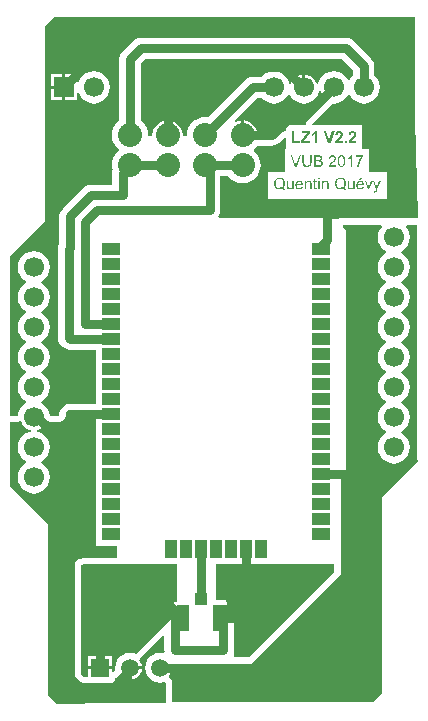
<source format=gtl>
G04 Layer_Physical_Order=1*
G04 Layer_Color=255*
%FSLAX25Y25*%
%MOIN*%
G70*
G01*
G75*
%ADD10R,0.03937X0.03937*%
%ADD11R,0.03937X0.08661*%
%ADD12R,0.06000X0.04000*%
%ADD13R,0.04000X0.06000*%
%ADD14C,0.03000*%
%ADD15C,0.06693*%
%ADD16C,0.08000*%
%ADD17R,0.05906X0.05906*%
%ADD18C,0.05906*%
%ADD19R,0.06693X0.06693*%
G36*
X304722Y433902D02*
X304772D01*
X304822Y433896D01*
X304889Y433885D01*
X304955Y433874D01*
X305100Y433846D01*
X305266Y433802D01*
X305427Y433735D01*
X305510Y433696D01*
X305594Y433652D01*
X305599Y433646D01*
X305610Y433641D01*
X305632Y433624D01*
X305666Y433607D01*
X305699Y433580D01*
X305743Y433546D01*
X305838Y433469D01*
X305938Y433369D01*
X306049Y433247D01*
X306154Y433103D01*
X306243Y432941D01*
Y432936D01*
X306254Y432919D01*
X306265Y432897D01*
X306276Y432864D01*
X306298Y432819D01*
X306315Y432769D01*
X306337Y432708D01*
X306360Y432642D01*
X306376Y432570D01*
X306398Y432492D01*
X306420Y432409D01*
X306437Y432320D01*
X306459Y432126D01*
X306470Y431920D01*
Y431915D01*
Y431898D01*
Y431876D01*
Y431843D01*
X306465Y431798D01*
Y431748D01*
X306459Y431693D01*
X306454Y431637D01*
X306437Y431504D01*
X306409Y431360D01*
X306376Y431210D01*
X306326Y431066D01*
Y431060D01*
X306321Y431049D01*
X306310Y431027D01*
X306298Y431005D01*
X306282Y430971D01*
X306265Y430932D01*
X306221Y430844D01*
X306160Y430738D01*
X306082Y430627D01*
X305993Y430516D01*
X305893Y430405D01*
X305899D01*
X305910Y430394D01*
X305926Y430383D01*
X305954Y430366D01*
X305982Y430344D01*
X306021Y430322D01*
X306104Y430272D01*
X306204Y430211D01*
X306315Y430150D01*
X306432Y430100D01*
X306543Y430050D01*
X306393Y429700D01*
X306387D01*
X306376Y429706D01*
X306354Y429717D01*
X306321Y429728D01*
X306282Y429745D01*
X306237Y429767D01*
X306187Y429789D01*
X306132Y429817D01*
X306010Y429883D01*
X305871Y429961D01*
X305721Y430061D01*
X305566Y430172D01*
X305560D01*
X305549Y430161D01*
X305521Y430150D01*
X305494Y430133D01*
X305449Y430117D01*
X305405Y430094D01*
X305349Y430078D01*
X305288Y430056D01*
X305222Y430033D01*
X305150Y430011D01*
X304989Y429972D01*
X304811Y429945D01*
X304717Y429939D01*
X304622Y429933D01*
X304572D01*
X304534Y429939D01*
X304489D01*
X304434Y429945D01*
X304373Y429956D01*
X304306Y429967D01*
X304162Y429994D01*
X304001Y430039D01*
X303834Y430100D01*
X303756Y430139D01*
X303673Y430183D01*
X303668Y430189D01*
X303657Y430194D01*
X303634Y430211D01*
X303607Y430228D01*
X303568Y430255D01*
X303529Y430289D01*
X303435Y430366D01*
X303329Y430466D01*
X303224Y430588D01*
X303118Y430727D01*
X303024Y430888D01*
Y430894D01*
X303013Y430910D01*
X303002Y430932D01*
X302991Y430966D01*
X302974Y431010D01*
X302952Y431060D01*
X302930Y431121D01*
X302913Y431188D01*
X302891Y431260D01*
X302869Y431338D01*
X302852Y431421D01*
X302830Y431515D01*
X302807Y431709D01*
X302796Y431915D01*
Y431920D01*
Y431943D01*
Y431970D01*
X302802Y432009D01*
Y432059D01*
X302807Y432120D01*
X302813Y432187D01*
X302824Y432259D01*
X302852Y432420D01*
X302891Y432592D01*
X302946Y432775D01*
X303024Y432953D01*
X303029Y432958D01*
X303035Y432975D01*
X303046Y432997D01*
X303068Y433030D01*
X303091Y433069D01*
X303118Y433114D01*
X303196Y433219D01*
X303285Y433330D01*
X303401Y433447D01*
X303529Y433563D01*
X303679Y433663D01*
X303684Y433669D01*
X303701Y433674D01*
X303723Y433685D01*
X303756Y433702D01*
X303795Y433718D01*
X303840Y433741D01*
X303895Y433763D01*
X303956Y433785D01*
X304029Y433807D01*
X304101Y433829D01*
X304261Y433868D01*
X304439Y433896D01*
X304534Y433907D01*
X304683D01*
X304722Y433902D01*
D02*
G37*
G36*
X291014Y432842D02*
X291058Y432836D01*
X291114Y432825D01*
X291175Y432814D01*
X291247Y432797D01*
X291313Y432781D01*
X291391Y432753D01*
X291463Y432725D01*
X291541Y432686D01*
X291619Y432642D01*
X291696Y432592D01*
X291769Y432531D01*
X291835Y432464D01*
X291841Y432459D01*
X291852Y432447D01*
X291868Y432425D01*
X291891Y432392D01*
X291918Y432353D01*
X291946Y432309D01*
X291979Y432253D01*
X292013Y432187D01*
X292046Y432115D01*
X292079Y432037D01*
X292107Y431948D01*
X292135Y431854D01*
X292157Y431748D01*
X292174Y431637D01*
X292185Y431521D01*
X292190Y431393D01*
Y431388D01*
Y431365D01*
Y431326D01*
X292185Y431271D01*
X290104D01*
Y431265D01*
Y431249D01*
X290109Y431227D01*
Y431193D01*
X290115Y431154D01*
X290126Y431110D01*
X290142Y431010D01*
X290176Y430899D01*
X290220Y430777D01*
X290281Y430666D01*
X290359Y430566D01*
X290364D01*
X290370Y430555D01*
X290403Y430527D01*
X290453Y430488D01*
X290520Y430449D01*
X290609Y430405D01*
X290708Y430366D01*
X290820Y430339D01*
X290880Y430333D01*
X290947Y430328D01*
X290991D01*
X291041Y430333D01*
X291103Y430344D01*
X291169Y430361D01*
X291247Y430383D01*
X291319Y430416D01*
X291391Y430461D01*
X291397Y430466D01*
X291424Y430488D01*
X291458Y430522D01*
X291496Y430566D01*
X291541Y430627D01*
X291591Y430705D01*
X291641Y430794D01*
X291685Y430899D01*
X292174Y430838D01*
Y430832D01*
X292168Y430821D01*
X292163Y430799D01*
X292151Y430766D01*
X292135Y430733D01*
X292118Y430688D01*
X292074Y430594D01*
X292018Y430488D01*
X291940Y430377D01*
X291852Y430272D01*
X291741Y430172D01*
X291735D01*
X291724Y430161D01*
X291707Y430150D01*
X291685Y430133D01*
X291652Y430117D01*
X291619Y430100D01*
X291574Y430078D01*
X291524Y430056D01*
X291469Y430033D01*
X291413Y430011D01*
X291274Y429978D01*
X291119Y429950D01*
X290947Y429939D01*
X290886D01*
X290847Y429945D01*
X290797Y429950D01*
X290736Y429961D01*
X290670Y429972D01*
X290597Y429983D01*
X290442Y430028D01*
X290359Y430061D01*
X290281Y430094D01*
X290198Y430139D01*
X290120Y430189D01*
X290048Y430244D01*
X289976Y430311D01*
X289970Y430316D01*
X289959Y430328D01*
X289943Y430350D01*
X289920Y430383D01*
X289893Y430422D01*
X289865Y430466D01*
X289832Y430522D01*
X289798Y430583D01*
X289765Y430655D01*
X289732Y430733D01*
X289704Y430821D01*
X289676Y430916D01*
X289654Y431016D01*
X289637Y431127D01*
X289626Y431243D01*
X289621Y431365D01*
Y431371D01*
Y431399D01*
Y431432D01*
X289626Y431482D01*
X289632Y431543D01*
X289637Y431609D01*
X289648Y431687D01*
X289665Y431765D01*
X289709Y431943D01*
X289737Y432031D01*
X289771Y432126D01*
X289815Y432214D01*
X289865Y432298D01*
X289920Y432381D01*
X289981Y432459D01*
X289987Y432464D01*
X289998Y432475D01*
X290020Y432492D01*
X290048Y432520D01*
X290081Y432548D01*
X290126Y432581D01*
X290176Y432620D01*
X290237Y432653D01*
X290298Y432692D01*
X290370Y432725D01*
X290448Y432758D01*
X290531Y432786D01*
X290620Y432814D01*
X290714Y432830D01*
X290814Y432842D01*
X290919Y432847D01*
X290975D01*
X291014Y432842D01*
D02*
G37*
G36*
X284426Y433902D02*
X284476D01*
X284526Y433896D01*
X284592Y433885D01*
X284659Y433874D01*
X284803Y433846D01*
X284970Y433802D01*
X285131Y433735D01*
X285214Y433696D01*
X285297Y433652D01*
X285303Y433646D01*
X285314Y433641D01*
X285336Y433624D01*
X285369Y433607D01*
X285403Y433580D01*
X285447Y433546D01*
X285541Y433469D01*
X285641Y433369D01*
X285752Y433247D01*
X285858Y433103D01*
X285946Y432941D01*
Y432936D01*
X285958Y432919D01*
X285969Y432897D01*
X285980Y432864D01*
X286002Y432819D01*
X286019Y432769D01*
X286041Y432708D01*
X286063Y432642D01*
X286080Y432570D01*
X286102Y432492D01*
X286124Y432409D01*
X286141Y432320D01*
X286163Y432126D01*
X286174Y431920D01*
Y431915D01*
Y431898D01*
Y431876D01*
Y431843D01*
X286169Y431798D01*
Y431748D01*
X286163Y431693D01*
X286157Y431637D01*
X286141Y431504D01*
X286113Y431360D01*
X286080Y431210D01*
X286030Y431066D01*
Y431060D01*
X286024Y431049D01*
X286013Y431027D01*
X286002Y431005D01*
X285985Y430971D01*
X285969Y430932D01*
X285924Y430844D01*
X285863Y430738D01*
X285786Y430627D01*
X285697Y430516D01*
X285597Y430405D01*
X285602D01*
X285613Y430394D01*
X285630Y430383D01*
X285658Y430366D01*
X285686Y430344D01*
X285724Y430322D01*
X285808Y430272D01*
X285908Y430211D01*
X286019Y430150D01*
X286135Y430100D01*
X286246Y430050D01*
X286096Y429700D01*
X286091D01*
X286080Y429706D01*
X286057Y429717D01*
X286024Y429728D01*
X285985Y429745D01*
X285941Y429767D01*
X285891Y429789D01*
X285836Y429817D01*
X285714Y429883D01*
X285575Y429961D01*
X285425Y430061D01*
X285269Y430172D01*
X285264D01*
X285253Y430161D01*
X285225Y430150D01*
X285197Y430133D01*
X285153Y430117D01*
X285108Y430094D01*
X285053Y430078D01*
X284992Y430056D01*
X284925Y430033D01*
X284853Y430011D01*
X284692Y429972D01*
X284515Y429945D01*
X284420Y429939D01*
X284326Y429933D01*
X284276D01*
X284237Y429939D01*
X284193D01*
X284137Y429945D01*
X284076Y429956D01*
X284010Y429967D01*
X283865Y429994D01*
X283704Y430039D01*
X283538Y430100D01*
X283460Y430139D01*
X283377Y430183D01*
X283371Y430189D01*
X283360Y430194D01*
X283338Y430211D01*
X283310Y430228D01*
X283272Y430255D01*
X283233Y430289D01*
X283138Y430366D01*
X283033Y430466D01*
X282927Y430588D01*
X282822Y430727D01*
X282728Y430888D01*
Y430894D01*
X282716Y430910D01*
X282705Y430932D01*
X282694Y430966D01*
X282678Y431010D01*
X282655Y431060D01*
X282633Y431121D01*
X282617Y431188D01*
X282594Y431260D01*
X282572Y431338D01*
X282556Y431421D01*
X282533Y431515D01*
X282511Y431709D01*
X282500Y431915D01*
Y431920D01*
Y431943D01*
Y431970D01*
X282505Y432009D01*
Y432059D01*
X282511Y432120D01*
X282517Y432187D01*
X282528Y432259D01*
X282556Y432420D01*
X282594Y432592D01*
X282650Y432775D01*
X282728Y432953D01*
X282733Y432958D01*
X282739Y432975D01*
X282750Y432997D01*
X282772Y433030D01*
X282794Y433069D01*
X282822Y433114D01*
X282900Y433219D01*
X282988Y433330D01*
X283105Y433447D01*
X283233Y433563D01*
X283383Y433663D01*
X283388Y433669D01*
X283405Y433674D01*
X283427Y433685D01*
X283460Y433702D01*
X283499Y433718D01*
X283543Y433741D01*
X283599Y433763D01*
X283660Y433785D01*
X283732Y433807D01*
X283804Y433829D01*
X283965Y433868D01*
X284143Y433896D01*
X284237Y433907D01*
X284387D01*
X284426Y433902D01*
D02*
G37*
G36*
X294999Y439121D02*
Y439115D01*
Y439093D01*
Y439065D01*
Y439026D01*
X294993Y438976D01*
Y438921D01*
X294987Y438854D01*
X294982Y438788D01*
X294965Y438638D01*
X294943Y438482D01*
X294910Y438333D01*
X294888Y438260D01*
X294865Y438194D01*
Y438188D01*
X294860Y438177D01*
X294849Y438161D01*
X294838Y438138D01*
X294804Y438077D01*
X294754Y437999D01*
X294688Y437911D01*
X294610Y437822D01*
X294510Y437727D01*
X294388Y437644D01*
X294383D01*
X294371Y437633D01*
X294355Y437628D01*
X294327Y437611D01*
X294294Y437594D01*
X294249Y437578D01*
X294205Y437561D01*
X294149Y437539D01*
X294088Y437517D01*
X294022Y437500D01*
X293950Y437483D01*
X293866Y437467D01*
X293783Y437456D01*
X293694Y437444D01*
X293495Y437433D01*
X293444D01*
X293406Y437439D01*
X293361D01*
X293306Y437444D01*
X293245Y437450D01*
X293184Y437456D01*
X293045Y437478D01*
X292895Y437511D01*
X292751Y437556D01*
X292612Y437617D01*
X292606D01*
X292595Y437628D01*
X292579Y437639D01*
X292557Y437650D01*
X292495Y437694D01*
X292423Y437755D01*
X292340Y437833D01*
X292262Y437922D01*
X292185Y438033D01*
X292124Y438155D01*
Y438161D01*
X292118Y438172D01*
X292113Y438194D01*
X292102Y438222D01*
X292090Y438255D01*
X292079Y438299D01*
X292063Y438349D01*
X292052Y438410D01*
X292040Y438477D01*
X292024Y438549D01*
X292013Y438627D01*
X292002Y438710D01*
X291990Y438804D01*
X291985Y438904D01*
X291979Y439010D01*
Y439121D01*
Y441341D01*
X292490D01*
Y439121D01*
Y439115D01*
Y439098D01*
Y439071D01*
Y439037D01*
X292495Y438999D01*
Y438948D01*
X292501Y438843D01*
X292512Y438721D01*
X292529Y438599D01*
X292551Y438482D01*
X292562Y438432D01*
X292579Y438382D01*
X292584Y438371D01*
X292595Y438344D01*
X292623Y438305D01*
X292656Y438249D01*
X292695Y438194D01*
X292751Y438133D01*
X292817Y438072D01*
X292895Y438022D01*
X292906Y438016D01*
X292934Y437999D01*
X292984Y437983D01*
X293051Y437961D01*
X293128Y437933D01*
X293228Y437916D01*
X293334Y437900D01*
X293450Y437894D01*
X293506D01*
X293539Y437900D01*
X293589D01*
X293639Y437905D01*
X293761Y437927D01*
X293894Y437955D01*
X294022Y437999D01*
X294144Y438061D01*
X294199Y438099D01*
X294249Y438144D01*
X294255Y438149D01*
X294260Y438155D01*
X294271Y438172D01*
X294288Y438194D01*
X294305Y438227D01*
X294327Y438260D01*
X294349Y438310D01*
X294371Y438360D01*
X294394Y438421D01*
X294410Y438493D01*
X294432Y438577D01*
X294449Y438665D01*
X294466Y438765D01*
X294477Y438871D01*
X294488Y438993D01*
Y439121D01*
Y441341D01*
X294999D01*
Y439121D01*
D02*
G37*
G36*
X290015Y437500D02*
X289482D01*
X287995Y441341D01*
X288549D01*
X289548Y438549D01*
Y438543D01*
X289554Y438532D01*
X289560Y438516D01*
X289571Y438493D01*
X289576Y438460D01*
X289587Y438427D01*
X289615Y438344D01*
X289648Y438249D01*
X289682Y438144D01*
X289748Y437922D01*
Y437927D01*
X289754Y437938D01*
X289759Y437955D01*
X289765Y437977D01*
X289782Y438038D01*
X289809Y438122D01*
X289837Y438216D01*
X289870Y438321D01*
X289909Y438432D01*
X289954Y438549D01*
X290997Y441341D01*
X291513D01*
X290015Y437500D01*
D02*
G37*
G36*
X311310Y432842D02*
X311354Y432836D01*
X311410Y432825D01*
X311471Y432814D01*
X311543Y432797D01*
X311610Y432781D01*
X311687Y432753D01*
X311760Y432725D01*
X311837Y432686D01*
X311915Y432642D01*
X311993Y432592D01*
X312065Y432531D01*
X312131Y432464D01*
X312137Y432459D01*
X312148Y432447D01*
X312165Y432425D01*
X312187Y432392D01*
X312215Y432353D01*
X312243Y432309D01*
X312276Y432253D01*
X312309Y432187D01*
X312342Y432115D01*
X312376Y432037D01*
X312403Y431948D01*
X312431Y431854D01*
X312453Y431748D01*
X312470Y431637D01*
X312481Y431521D01*
X312487Y431393D01*
Y431388D01*
Y431365D01*
Y431326D01*
X312481Y431271D01*
X310400D01*
Y431265D01*
Y431249D01*
X310405Y431227D01*
Y431193D01*
X310411Y431154D01*
X310422Y431110D01*
X310439Y431010D01*
X310472Y430899D01*
X310516Y430777D01*
X310577Y430666D01*
X310655Y430566D01*
X310661D01*
X310666Y430555D01*
X310700Y430527D01*
X310750Y430488D01*
X310816Y430449D01*
X310905Y430405D01*
X311005Y430366D01*
X311116Y430339D01*
X311177Y430333D01*
X311243Y430328D01*
X311288D01*
X311338Y430333D01*
X311399Y430344D01*
X311466Y430361D01*
X311543Y430383D01*
X311615Y430416D01*
X311687Y430461D01*
X311693Y430466D01*
X311721Y430488D01*
X311754Y430522D01*
X311793Y430566D01*
X311837Y430627D01*
X311887Y430705D01*
X311937Y430794D01*
X311982Y430899D01*
X312470Y430838D01*
Y430832D01*
X312464Y430821D01*
X312459Y430799D01*
X312448Y430766D01*
X312431Y430733D01*
X312415Y430688D01*
X312370Y430594D01*
X312315Y430488D01*
X312237Y430377D01*
X312148Y430272D01*
X312037Y430172D01*
X312032D01*
X312020Y430161D01*
X312004Y430150D01*
X311982Y430133D01*
X311948Y430117D01*
X311915Y430100D01*
X311871Y430078D01*
X311821Y430056D01*
X311765Y430033D01*
X311710Y430011D01*
X311571Y429978D01*
X311416Y429950D01*
X311243Y429939D01*
X311182D01*
X311144Y429945D01*
X311094Y429950D01*
X311033Y429961D01*
X310966Y429972D01*
X310894Y429983D01*
X310738Y430028D01*
X310655Y430061D01*
X310577Y430094D01*
X310494Y430139D01*
X310417Y430189D01*
X310344Y430244D01*
X310272Y430311D01*
X310267Y430316D01*
X310256Y430328D01*
X310239Y430350D01*
X310217Y430383D01*
X310189Y430422D01*
X310161Y430466D01*
X310128Y430522D01*
X310095Y430583D01*
X310061Y430655D01*
X310028Y430733D01*
X310000Y430821D01*
X309973Y430916D01*
X309950Y431016D01*
X309934Y431127D01*
X309923Y431243D01*
X309917Y431365D01*
Y431371D01*
Y431399D01*
Y431432D01*
X309923Y431482D01*
X309928Y431543D01*
X309934Y431609D01*
X309945Y431687D01*
X309961Y431765D01*
X310006Y431943D01*
X310034Y432031D01*
X310067Y432126D01*
X310111Y432214D01*
X310161Y432298D01*
X310217Y432381D01*
X310278Y432459D01*
X310283Y432464D01*
X310294Y432475D01*
X310317Y432492D01*
X310344Y432520D01*
X310378Y432548D01*
X310422Y432581D01*
X310472Y432620D01*
X310533Y432653D01*
X310594Y432692D01*
X310666Y432725D01*
X310744Y432758D01*
X310827Y432786D01*
X310916Y432814D01*
X311010Y432830D01*
X311110Y432842D01*
X311216Y432847D01*
X311271D01*
X311310Y432842D01*
D02*
G37*
G36*
X309340Y430000D02*
X308918D01*
Y430405D01*
X308912Y430400D01*
X308901Y430383D01*
X308885Y430361D01*
X308857Y430333D01*
X308824Y430300D01*
X308785Y430255D01*
X308740Y430216D01*
X308685Y430172D01*
X308624Y430128D01*
X308557Y430089D01*
X308485Y430050D01*
X308407Y430011D01*
X308319Y429983D01*
X308230Y429961D01*
X308130Y429945D01*
X308030Y429939D01*
X307991D01*
X307941Y429945D01*
X307880Y429950D01*
X307808Y429961D01*
X307730Y429978D01*
X307653Y430000D01*
X307569Y430033D01*
X307558Y430039D01*
X307536Y430050D01*
X307497Y430072D01*
X307453Y430100D01*
X307397Y430133D01*
X307347Y430172D01*
X307297Y430216D01*
X307253Y430266D01*
X307247Y430272D01*
X307236Y430294D01*
X307220Y430322D01*
X307197Y430366D01*
X307170Y430416D01*
X307148Y430477D01*
X307125Y430544D01*
X307109Y430616D01*
Y430622D01*
X307103Y430644D01*
X307098Y430677D01*
Y430722D01*
X307092Y430788D01*
X307086Y430860D01*
X307081Y430955D01*
Y431060D01*
Y432786D01*
X307553D01*
Y431238D01*
Y431232D01*
Y431221D01*
Y431204D01*
Y431177D01*
Y431115D01*
X307558Y431038D01*
Y430955D01*
X307564Y430871D01*
X307569Y430799D01*
X307580Y430738D01*
Y430733D01*
X307592Y430710D01*
X307603Y430677D01*
X307619Y430633D01*
X307647Y430588D01*
X307680Y430538D01*
X307719Y430494D01*
X307769Y430449D01*
X307775Y430444D01*
X307797Y430433D01*
X307825Y430416D01*
X307869Y430400D01*
X307919Y430377D01*
X307980Y430361D01*
X308047Y430350D01*
X308124Y430344D01*
X308163D01*
X308202Y430350D01*
X308252Y430355D01*
X308313Y430372D01*
X308380Y430388D01*
X308452Y430416D01*
X308524Y430449D01*
X308535Y430455D01*
X308557Y430472D01*
X308591Y430494D01*
X308629Y430527D01*
X308674Y430572D01*
X308718Y430622D01*
X308757Y430677D01*
X308790Y430744D01*
X308796Y430755D01*
X308802Y430777D01*
X308813Y430821D01*
X308829Y430882D01*
X308846Y430960D01*
X308857Y431054D01*
X308862Y431166D01*
X308868Y431293D01*
Y432786D01*
X309340D01*
Y430000D01*
D02*
G37*
G36*
X316971Y429956D02*
Y429950D01*
X316966Y429933D01*
X316954Y429911D01*
X316943Y429883D01*
X316927Y429845D01*
X316910Y429800D01*
X316871Y429706D01*
X316832Y429600D01*
X316788Y429495D01*
X316743Y429401D01*
X316721Y429362D01*
X316705Y429323D01*
X316699Y429312D01*
X316683Y429284D01*
X316655Y429245D01*
X316621Y429195D01*
X316577Y429140D01*
X316527Y429084D01*
X316477Y429029D01*
X316416Y428984D01*
X316410Y428979D01*
X316388Y428968D01*
X316355Y428951D01*
X316305Y428929D01*
X316249Y428907D01*
X316183Y428890D01*
X316111Y428879D01*
X316028Y428873D01*
X316005D01*
X315978Y428879D01*
X315939D01*
X315894Y428890D01*
X315844Y428901D01*
X315789Y428912D01*
X315728Y428934D01*
X315678Y429373D01*
X315683D01*
X315706Y429367D01*
X315733Y429362D01*
X315767Y429351D01*
X315856Y429334D01*
X315944Y429328D01*
X315972D01*
X316000Y429334D01*
X316033D01*
X316116Y429351D01*
X316155Y429367D01*
X316194Y429384D01*
X316200D01*
X316211Y429395D01*
X316227Y429406D01*
X316249Y429423D01*
X316300Y429467D01*
X316344Y429528D01*
Y429534D01*
X316355Y429545D01*
X316366Y429567D01*
X316377Y429600D01*
X316399Y429645D01*
X316422Y429711D01*
X316455Y429789D01*
X316488Y429883D01*
Y429889D01*
X316499Y429911D01*
X316510Y429950D01*
X316533Y430000D01*
X315478Y432786D01*
X315978D01*
X316560Y431171D01*
Y431166D01*
X316566Y431160D01*
X316571Y431143D01*
X316577Y431115D01*
X316588Y431088D01*
X316599Y431054D01*
X316627Y430977D01*
X316660Y430882D01*
X316694Y430771D01*
X316727Y430655D01*
X316760Y430527D01*
Y430533D01*
X316766Y430544D01*
X316771Y430560D01*
X316777Y430583D01*
X316782Y430611D01*
X316793Y430644D01*
X316816Y430727D01*
X316843Y430821D01*
X316882Y430932D01*
X316915Y431043D01*
X316960Y431160D01*
X317559Y432786D01*
X318031D01*
X316971Y429956D01*
D02*
G37*
G36*
X289043Y430000D02*
X288622D01*
Y430405D01*
X288616Y430400D01*
X288605Y430383D01*
X288588Y430361D01*
X288561Y430333D01*
X288527Y430300D01*
X288489Y430255D01*
X288444Y430216D01*
X288388Y430172D01*
X288328Y430128D01*
X288261Y430089D01*
X288189Y430050D01*
X288111Y430011D01*
X288022Y429983D01*
X287933Y429961D01*
X287834Y429945D01*
X287734Y429939D01*
X287695D01*
X287645Y429945D01*
X287584Y429950D01*
X287512Y429961D01*
X287434Y429978D01*
X287356Y430000D01*
X287273Y430033D01*
X287262Y430039D01*
X287240Y430050D01*
X287201Y430072D01*
X287156Y430100D01*
X287101Y430133D01*
X287051Y430172D01*
X287001Y430216D01*
X286957Y430266D01*
X286951Y430272D01*
X286940Y430294D01*
X286923Y430322D01*
X286901Y430366D01*
X286873Y430416D01*
X286851Y430477D01*
X286829Y430544D01*
X286812Y430616D01*
Y430622D01*
X286807Y430644D01*
X286801Y430677D01*
Y430722D01*
X286796Y430788D01*
X286790Y430860D01*
X286785Y430955D01*
Y431060D01*
Y432786D01*
X287256D01*
Y431238D01*
Y431232D01*
Y431221D01*
Y431204D01*
Y431177D01*
Y431115D01*
X287262Y431038D01*
Y430955D01*
X287267Y430871D01*
X287273Y430799D01*
X287284Y430738D01*
Y430733D01*
X287295Y430710D01*
X287306Y430677D01*
X287323Y430633D01*
X287351Y430588D01*
X287384Y430538D01*
X287423Y430494D01*
X287473Y430449D01*
X287478Y430444D01*
X287501Y430433D01*
X287528Y430416D01*
X287573Y430400D01*
X287623Y430377D01*
X287684Y430361D01*
X287750Y430350D01*
X287828Y430344D01*
X287867D01*
X287906Y430350D01*
X287956Y430355D01*
X288017Y430372D01*
X288083Y430388D01*
X288156Y430416D01*
X288228Y430449D01*
X288239Y430455D01*
X288261Y430472D01*
X288294Y430494D01*
X288333Y430527D01*
X288377Y430572D01*
X288422Y430622D01*
X288461Y430677D01*
X288494Y430744D01*
X288499Y430755D01*
X288505Y430777D01*
X288516Y430821D01*
X288533Y430882D01*
X288549Y430960D01*
X288561Y431054D01*
X288566Y431166D01*
X288572Y431293D01*
Y432786D01*
X289043D01*
Y430000D01*
D02*
G37*
G36*
X296303Y432786D02*
X296780D01*
Y432420D01*
X296303D01*
Y430783D01*
Y430771D01*
Y430749D01*
Y430716D01*
X296308Y430677D01*
X296314Y430588D01*
X296320Y430549D01*
X296325Y430522D01*
X296331Y430511D01*
X296347Y430488D01*
X296370Y430461D01*
X296408Y430433D01*
X296419Y430427D01*
X296447Y430416D01*
X296497Y430405D01*
X296569Y430400D01*
X296625D01*
X296653Y430405D01*
X296691D01*
X296736Y430411D01*
X296780Y430416D01*
X296841Y430000D01*
X296830D01*
X296808Y429994D01*
X296769Y429989D01*
X296719Y429983D01*
X296664Y429972D01*
X296603Y429967D01*
X296480Y429961D01*
X296436D01*
X296392Y429967D01*
X296336Y429972D01*
X296269Y429978D01*
X296203Y429994D01*
X296142Y430011D01*
X296081Y430039D01*
X296075Y430044D01*
X296059Y430056D01*
X296037Y430072D01*
X296003Y430100D01*
X295975Y430128D01*
X295942Y430166D01*
X295909Y430205D01*
X295887Y430255D01*
Y430261D01*
X295876Y430283D01*
X295870Y430322D01*
X295859Y430377D01*
X295848Y430449D01*
X295842Y430494D01*
Y430544D01*
X295837Y430605D01*
X295831Y430666D01*
Y430733D01*
Y430810D01*
Y432420D01*
X295481D01*
Y432786D01*
X295831D01*
Y433474D01*
X296303Y433757D01*
Y432786D01*
D02*
G37*
G36*
X297718Y430000D02*
X297246D01*
Y432786D01*
X297718D01*
Y430000D01*
D02*
G37*
G36*
X312204Y440919D02*
X312198Y440913D01*
X312187Y440902D01*
X312165Y440880D01*
X312142Y440847D01*
X312109Y440808D01*
X312065Y440763D01*
X312020Y440708D01*
X311970Y440641D01*
X311920Y440575D01*
X311859Y440497D01*
X311798Y440408D01*
X311737Y440319D01*
X311671Y440219D01*
X311604Y440114D01*
X311538Y439997D01*
X311471Y439881D01*
X311465Y439875D01*
X311454Y439853D01*
X311438Y439820D01*
X311410Y439770D01*
X311382Y439709D01*
X311349Y439642D01*
X311310Y439565D01*
X311271Y439476D01*
X311227Y439376D01*
X311177Y439276D01*
X311132Y439165D01*
X311088Y439048D01*
X310999Y438810D01*
X310916Y438554D01*
Y438549D01*
X310910Y438532D01*
X310905Y438505D01*
X310894Y438471D01*
X310883Y438427D01*
X310872Y438371D01*
X310855Y438310D01*
X310844Y438244D01*
X310827Y438166D01*
X310810Y438083D01*
X310783Y437905D01*
X310755Y437711D01*
X310738Y437500D01*
X310256D01*
Y437506D01*
Y437522D01*
Y437544D01*
X310261Y437578D01*
Y437622D01*
X310267Y437678D01*
X310272Y437739D01*
X310278Y437805D01*
X310289Y437883D01*
X310300Y437961D01*
X310317Y438055D01*
X310333Y438149D01*
X310350Y438249D01*
X310372Y438360D01*
X310428Y438588D01*
Y438593D01*
X310433Y438616D01*
X310444Y438649D01*
X310461Y438699D01*
X310477Y438754D01*
X310500Y438821D01*
X310522Y438899D01*
X310555Y438982D01*
X310589Y439076D01*
X310622Y439171D01*
X310705Y439382D01*
X310805Y439603D01*
X310916Y439825D01*
X310922Y439831D01*
X310933Y439853D01*
X310949Y439881D01*
X310971Y439925D01*
X310999Y439975D01*
X311038Y440036D01*
X311077Y440103D01*
X311121Y440175D01*
X311227Y440336D01*
X311338Y440503D01*
X311465Y440675D01*
X311599Y440836D01*
X309717D01*
Y441291D01*
X312204D01*
Y440919D01*
D02*
G37*
G36*
X304295Y449357D02*
X304345Y449352D01*
X304401Y449346D01*
X304462Y449335D01*
X304528Y449324D01*
X304673Y449285D01*
X304817Y449230D01*
X304895Y449196D01*
X304961Y449157D01*
X305033Y449108D01*
X305095Y449052D01*
X305100Y449047D01*
X305111Y449041D01*
X305122Y449019D01*
X305145Y448996D01*
X305172Y448969D01*
X305200Y448930D01*
X305228Y448891D01*
X305261Y448841D01*
X305316Y448730D01*
X305372Y448602D01*
X305394Y448530D01*
X305405Y448453D01*
X305416Y448369D01*
X305422Y448286D01*
Y448275D01*
Y448242D01*
X305416Y448192D01*
X305411Y448131D01*
X305400Y448053D01*
X305383Y447970D01*
X305361Y447881D01*
X305328Y447792D01*
X305322Y447781D01*
X305311Y447753D01*
X305289Y447703D01*
X305256Y447642D01*
X305217Y447570D01*
X305167Y447487D01*
X305106Y447398D01*
X305033Y447304D01*
X305028Y447298D01*
X305006Y447270D01*
X304972Y447232D01*
X304922Y447176D01*
X304856Y447110D01*
X304773Y447021D01*
X304673Y446926D01*
X304551Y446810D01*
X304545Y446804D01*
X304534Y446799D01*
X304517Y446782D01*
X304495Y446760D01*
X304434Y446704D01*
X304362Y446638D01*
X304290Y446566D01*
X304218Y446493D01*
X304151Y446432D01*
X304129Y446405D01*
X304107Y446382D01*
X304101Y446377D01*
X304090Y446366D01*
X304073Y446344D01*
X304051Y446316D01*
X304001Y446255D01*
X303957Y446183D01*
X305422D01*
Y445500D01*
X302841D01*
Y445506D01*
Y445517D01*
X302847Y445539D01*
X302852Y445567D01*
X302858Y445600D01*
X302863Y445639D01*
X302886Y445739D01*
X302919Y445850D01*
X302963Y445972D01*
X303019Y446105D01*
X303091Y446233D01*
Y446238D01*
X303102Y446249D01*
X303113Y446272D01*
X303135Y446294D01*
X303157Y446333D01*
X303191Y446371D01*
X303230Y446421D01*
X303274Y446477D01*
X303324Y446543D01*
X303385Y446610D01*
X303452Y446688D01*
X303529Y446771D01*
X303613Y446854D01*
X303707Y446948D01*
X303807Y447048D01*
X303918Y447154D01*
X303924Y447159D01*
X303940Y447176D01*
X303962Y447198D01*
X303996Y447232D01*
X304040Y447265D01*
X304084Y447309D01*
X304184Y447409D01*
X304284Y447515D01*
X304384Y447620D01*
X304429Y447664D01*
X304473Y447715D01*
X304506Y447753D01*
X304528Y447787D01*
X304534Y447798D01*
X304551Y447825D01*
X304578Y447870D01*
X304606Y447931D01*
X304634Y447998D01*
X304662Y448075D01*
X304678Y448153D01*
X304684Y448236D01*
Y448242D01*
Y448247D01*
Y448275D01*
X304678Y448325D01*
X304667Y448381D01*
X304650Y448442D01*
X304628Y448502D01*
X304595Y448564D01*
X304551Y448619D01*
X304545Y448625D01*
X304528Y448641D01*
X304495Y448664D01*
X304456Y448686D01*
X304401Y448708D01*
X304340Y448730D01*
X304268Y448747D01*
X304184Y448752D01*
X304145D01*
X304101Y448747D01*
X304051Y448736D01*
X303990Y448719D01*
X303929Y448691D01*
X303868Y448658D01*
X303812Y448614D01*
X303807Y448608D01*
X303790Y448586D01*
X303768Y448553D01*
X303746Y448502D01*
X303718Y448442D01*
X303696Y448358D01*
X303674Y448264D01*
X303663Y448153D01*
X302930Y448225D01*
Y448231D01*
X302936Y448253D01*
Y448281D01*
X302947Y448325D01*
X302952Y448375D01*
X302969Y448430D01*
X302986Y448491D01*
X303002Y448564D01*
X303058Y448702D01*
X303124Y448847D01*
X303169Y448919D01*
X303219Y448985D01*
X303274Y449041D01*
X303335Y449096D01*
X303341Y449102D01*
X303352Y449108D01*
X303368Y449119D01*
X303396Y449141D01*
X303430Y449157D01*
X303474Y449180D01*
X303518Y449207D01*
X303574Y449230D01*
X303635Y449257D01*
X303701Y449280D01*
X303846Y449324D01*
X304018Y449352D01*
X304107Y449357D01*
X304201Y449363D01*
X304256D01*
X304295Y449357D01*
D02*
G37*
G36*
X306815Y445500D02*
X306077D01*
Y446238D01*
X306815D01*
Y445500D01*
D02*
G37*
G36*
X296758D02*
X296020D01*
Y448281D01*
X296015Y448275D01*
X296004Y448264D01*
X295981Y448247D01*
X295948Y448219D01*
X295909Y448186D01*
X295865Y448153D01*
X295809Y448114D01*
X295748Y448070D01*
X295682Y448025D01*
X295609Y447981D01*
X295532Y447931D01*
X295449Y447887D01*
X295271Y447803D01*
X295071Y447726D01*
Y448392D01*
X295077D01*
X295082Y448397D01*
X295099Y448403D01*
X295121Y448408D01*
X295177Y448436D01*
X295254Y448469D01*
X295349Y448514D01*
X295454Y448575D01*
X295571Y448652D01*
X295693Y448741D01*
X295698Y448747D01*
X295709Y448752D01*
X295726Y448769D01*
X295748Y448791D01*
X295809Y448847D01*
X295876Y448919D01*
X295954Y449008D01*
X296031Y449119D01*
X296104Y449235D01*
X296159Y449363D01*
X296758D01*
Y445500D01*
D02*
G37*
G36*
X289277Y446149D02*
X291208D01*
Y445500D01*
X288500D01*
Y449313D01*
X289277D01*
Y446149D01*
D02*
G37*
G36*
X294466Y448736D02*
X292363Y446149D01*
X294549D01*
Y445500D01*
X291425D01*
Y446199D01*
X293451Y448691D01*
X291658D01*
Y449341D01*
X294466D01*
Y448736D01*
D02*
G37*
G36*
X308774Y449357D02*
X308824Y449352D01*
X308880Y449346D01*
X308941Y449335D01*
X309007Y449324D01*
X309152Y449285D01*
X309296Y449230D01*
X309373Y449196D01*
X309440Y449157D01*
X309512Y449108D01*
X309573Y449052D01*
X309579Y449047D01*
X309590Y449041D01*
X309601Y449019D01*
X309623Y448996D01*
X309651Y448969D01*
X309679Y448930D01*
X309707Y448891D01*
X309740Y448841D01*
X309795Y448730D01*
X309851Y448602D01*
X309873Y448530D01*
X309884Y448453D01*
X309895Y448369D01*
X309901Y448286D01*
Y448275D01*
Y448242D01*
X309895Y448192D01*
X309890Y448131D01*
X309879Y448053D01*
X309862Y447970D01*
X309840Y447881D01*
X309806Y447792D01*
X309801Y447781D01*
X309790Y447753D01*
X309768Y447703D01*
X309734Y447642D01*
X309695Y447570D01*
X309646Y447487D01*
X309584Y447398D01*
X309512Y447304D01*
X309507Y447298D01*
X309485Y447270D01*
X309451Y447232D01*
X309401Y447176D01*
X309335Y447110D01*
X309251Y447021D01*
X309152Y446926D01*
X309029Y446810D01*
X309024Y446804D01*
X309013Y446799D01*
X308996Y446782D01*
X308974Y446760D01*
X308913Y446704D01*
X308841Y446638D01*
X308769Y446566D01*
X308697Y446493D01*
X308630Y446432D01*
X308608Y446405D01*
X308585Y446382D01*
X308580Y446377D01*
X308569Y446366D01*
X308552Y446344D01*
X308530Y446316D01*
X308480Y446255D01*
X308436Y446183D01*
X309901D01*
Y445500D01*
X307320D01*
Y445506D01*
Y445517D01*
X307326Y445539D01*
X307331Y445567D01*
X307337Y445600D01*
X307342Y445639D01*
X307364Y445739D01*
X307398Y445850D01*
X307442Y445972D01*
X307498Y446105D01*
X307570Y446233D01*
Y446238D01*
X307581Y446249D01*
X307592Y446272D01*
X307614Y446294D01*
X307636Y446333D01*
X307670Y446371D01*
X307709Y446421D01*
X307753Y446477D01*
X307803Y446543D01*
X307864Y446610D01*
X307930Y446688D01*
X308008Y446771D01*
X308091Y446854D01*
X308186Y446948D01*
X308286Y447048D01*
X308397Y447154D01*
X308402Y447159D01*
X308419Y447176D01*
X308441Y447198D01*
X308474Y447232D01*
X308519Y447265D01*
X308563Y447309D01*
X308663Y447409D01*
X308763Y447515D01*
X308863Y447620D01*
X308907Y447664D01*
X308952Y447715D01*
X308985Y447753D01*
X309007Y447787D01*
X309013Y447798D01*
X309029Y447825D01*
X309057Y447870D01*
X309085Y447931D01*
X309113Y447998D01*
X309140Y448075D01*
X309157Y448153D01*
X309163Y448236D01*
Y448242D01*
Y448247D01*
Y448275D01*
X309157Y448325D01*
X309146Y448381D01*
X309129Y448442D01*
X309107Y448502D01*
X309074Y448564D01*
X309029Y448619D01*
X309024Y448625D01*
X309007Y448641D01*
X308974Y448664D01*
X308935Y448686D01*
X308880Y448708D01*
X308819Y448730D01*
X308746Y448747D01*
X308663Y448752D01*
X308624D01*
X308580Y448747D01*
X308530Y448736D01*
X308469Y448719D01*
X308408Y448691D01*
X308347Y448658D01*
X308291Y448614D01*
X308286Y448608D01*
X308269Y448586D01*
X308247Y448553D01*
X308225Y448502D01*
X308197Y448442D01*
X308175Y448358D01*
X308153Y448264D01*
X308141Y448153D01*
X307409Y448225D01*
Y448231D01*
X307414Y448253D01*
Y448281D01*
X307425Y448325D01*
X307431Y448375D01*
X307448Y448430D01*
X307464Y448491D01*
X307481Y448564D01*
X307537Y448702D01*
X307603Y448847D01*
X307647Y448919D01*
X307697Y448985D01*
X307753Y449041D01*
X307814Y449096D01*
X307820Y449102D01*
X307831Y449108D01*
X307847Y449119D01*
X307875Y449141D01*
X307908Y449157D01*
X307953Y449180D01*
X307997Y449207D01*
X308053Y449230D01*
X308114Y449257D01*
X308180Y449280D01*
X308325Y449324D01*
X308497Y449352D01*
X308585Y449357D01*
X308680Y449363D01*
X308735D01*
X308774Y449357D01*
D02*
G37*
G36*
X302091Y441352D02*
X302136Y441346D01*
X302191Y441341D01*
X302252Y441329D01*
X302313Y441318D01*
X302458Y441280D01*
X302602Y441224D01*
X302674Y441191D01*
X302746Y441152D01*
X302813Y441102D01*
X302874Y441046D01*
X302880Y441041D01*
X302891Y441035D01*
X302902Y441013D01*
X302924Y440991D01*
X302952Y440963D01*
X302979Y440924D01*
X303007Y440885D01*
X303041Y440836D01*
X303096Y440730D01*
X303151Y440597D01*
X303174Y440530D01*
X303185Y440453D01*
X303196Y440375D01*
X303202Y440292D01*
Y440281D01*
Y440253D01*
X303196Y440208D01*
X303190Y440147D01*
X303179Y440081D01*
X303157Y440003D01*
X303135Y439920D01*
X303101Y439837D01*
X303096Y439825D01*
X303085Y439798D01*
X303063Y439753D01*
X303029Y439692D01*
X302985Y439626D01*
X302929Y439542D01*
X302863Y439459D01*
X302785Y439365D01*
X302774Y439354D01*
X302746Y439320D01*
X302719Y439293D01*
X302691Y439265D01*
X302658Y439232D01*
X302613Y439187D01*
X302569Y439143D01*
X302513Y439093D01*
X302458Y439037D01*
X302391Y438976D01*
X302319Y438915D01*
X302241Y438843D01*
X302152Y438771D01*
X302064Y438693D01*
X302058Y438688D01*
X302047Y438677D01*
X302025Y438660D01*
X301997Y438638D01*
X301964Y438604D01*
X301925Y438571D01*
X301836Y438499D01*
X301742Y438416D01*
X301653Y438333D01*
X301575Y438260D01*
X301542Y438233D01*
X301514Y438205D01*
X301509Y438199D01*
X301492Y438183D01*
X301470Y438161D01*
X301442Y438127D01*
X301414Y438088D01*
X301381Y438049D01*
X301314Y437955D01*
X303207D01*
Y437500D01*
X300659D01*
Y437506D01*
Y437528D01*
Y437561D01*
X300665Y437605D01*
X300671Y437655D01*
X300682Y437711D01*
X300693Y437766D01*
X300715Y437827D01*
Y437833D01*
X300721Y437839D01*
X300732Y437872D01*
X300754Y437922D01*
X300787Y437988D01*
X300832Y438066D01*
X300887Y438155D01*
X300948Y438244D01*
X301026Y438338D01*
Y438344D01*
X301037Y438349D01*
X301065Y438382D01*
X301115Y438432D01*
X301187Y438505D01*
X301270Y438588D01*
X301376Y438688D01*
X301503Y438799D01*
X301642Y438915D01*
X301647Y438921D01*
X301670Y438937D01*
X301703Y438965D01*
X301742Y438999D01*
X301792Y439043D01*
X301853Y439093D01*
X301914Y439148D01*
X301986Y439209D01*
X302125Y439343D01*
X302263Y439476D01*
X302330Y439542D01*
X302391Y439609D01*
X302447Y439670D01*
X302491Y439731D01*
Y439737D01*
X302502Y439742D01*
X302513Y439759D01*
X302524Y439781D01*
X302563Y439842D01*
X302608Y439914D01*
X302646Y440003D01*
X302685Y440097D01*
X302708Y440203D01*
X302719Y440303D01*
Y440308D01*
Y440314D01*
X302713Y440347D01*
X302708Y440403D01*
X302691Y440464D01*
X302669Y440541D01*
X302630Y440619D01*
X302580Y440697D01*
X302513Y440774D01*
X302502Y440786D01*
X302474Y440808D01*
X302436Y440836D01*
X302375Y440874D01*
X302297Y440908D01*
X302208Y440941D01*
X302103Y440963D01*
X301986Y440969D01*
X301953D01*
X301930Y440963D01*
X301864Y440958D01*
X301786Y440941D01*
X301703Y440919D01*
X301609Y440880D01*
X301520Y440830D01*
X301436Y440763D01*
X301426Y440752D01*
X301403Y440725D01*
X301370Y440680D01*
X301337Y440614D01*
X301298Y440536D01*
X301265Y440436D01*
X301242Y440325D01*
X301231Y440197D01*
X300748Y440247D01*
Y440253D01*
X300754Y440269D01*
Y440297D01*
X300760Y440336D01*
X300771Y440380D01*
X300782Y440430D01*
X300798Y440491D01*
X300815Y440553D01*
X300859Y440686D01*
X300926Y440819D01*
X300965Y440885D01*
X301015Y440952D01*
X301065Y441013D01*
X301120Y441069D01*
X301126Y441074D01*
X301137Y441080D01*
X301153Y441096D01*
X301181Y441113D01*
X301215Y441135D01*
X301253Y441157D01*
X301298Y441185D01*
X301353Y441213D01*
X301414Y441241D01*
X301481Y441268D01*
X301553Y441291D01*
X301631Y441313D01*
X301714Y441329D01*
X301803Y441346D01*
X301897Y441352D01*
X301997Y441357D01*
X302053D01*
X302091Y441352D01*
D02*
G37*
G36*
X308474Y437500D02*
X308002D01*
Y440503D01*
X307997Y440497D01*
X307969Y440475D01*
X307936Y440442D01*
X307880Y440403D01*
X307819Y440353D01*
X307741Y440297D01*
X307653Y440236D01*
X307553Y440175D01*
X307547D01*
X307542Y440169D01*
X307508Y440147D01*
X307453Y440120D01*
X307386Y440086D01*
X307308Y440048D01*
X307225Y440009D01*
X307142Y439970D01*
X307059Y439936D01*
Y440392D01*
X307064D01*
X307075Y440403D01*
X307098Y440408D01*
X307125Y440425D01*
X307159Y440442D01*
X307197Y440464D01*
X307292Y440519D01*
X307403Y440580D01*
X307514Y440658D01*
X307630Y440747D01*
X307747Y440841D01*
X307752Y440847D01*
X307758Y440852D01*
X307775Y440869D01*
X307797Y440885D01*
X307847Y440941D01*
X307913Y441008D01*
X307980Y441085D01*
X308052Y441174D01*
X308113Y441263D01*
X308169Y441357D01*
X308474D01*
Y437500D01*
D02*
G37*
G36*
X297374Y441335D02*
X297418D01*
X297518Y441324D01*
X297629Y441313D01*
X297746Y441291D01*
X297862Y441263D01*
X297968Y441224D01*
X297973D01*
X297979Y441219D01*
X298012Y441202D01*
X298062Y441174D01*
X298118Y441135D01*
X298184Y441085D01*
X298256Y441024D01*
X298323Y440947D01*
X298384Y440863D01*
X298390Y440852D01*
X298406Y440819D01*
X298434Y440774D01*
X298462Y440708D01*
X298489Y440630D01*
X298517Y440547D01*
X298534Y440453D01*
X298539Y440358D01*
Y440347D01*
Y440319D01*
X298534Y440269D01*
X298523Y440208D01*
X298506Y440136D01*
X298478Y440059D01*
X298445Y439981D01*
X298401Y439898D01*
X298395Y439887D01*
X298378Y439864D01*
X298345Y439820D01*
X298301Y439776D01*
X298245Y439720D01*
X298179Y439659D01*
X298095Y439603D01*
X298001Y439548D01*
X298007D01*
X298018Y439542D01*
X298034Y439537D01*
X298057Y439526D01*
X298123Y439503D01*
X298201Y439465D01*
X298284Y439415D01*
X298378Y439354D01*
X298462Y439282D01*
X298539Y439193D01*
X298545Y439182D01*
X298567Y439148D01*
X298601Y439098D01*
X298634Y439032D01*
X298667Y438943D01*
X298700Y438849D01*
X298723Y438738D01*
X298728Y438616D01*
Y438610D01*
Y438604D01*
Y438571D01*
X298723Y438516D01*
X298711Y438449D01*
X298700Y438371D01*
X298678Y438288D01*
X298651Y438199D01*
X298612Y438110D01*
X298606Y438099D01*
X298589Y438072D01*
X298567Y438033D01*
X298534Y437977D01*
X298489Y437922D01*
X298445Y437861D01*
X298390Y437800D01*
X298328Y437750D01*
X298323Y437744D01*
X298301Y437727D01*
X298262Y437705D01*
X298212Y437683D01*
X298151Y437650D01*
X298079Y437617D01*
X298001Y437589D01*
X297907Y437561D01*
X297896D01*
X297862Y437550D01*
X297807Y437544D01*
X297735Y437533D01*
X297646Y437522D01*
X297540Y437511D01*
X297424Y437506D01*
X297291Y437500D01*
X295826D01*
Y441341D01*
X297335D01*
X297374Y441335D01*
D02*
G37*
G36*
X301343Y445500D02*
X300505D01*
X299128Y449341D01*
X299966D01*
X300943Y446499D01*
X301881Y449341D01*
X302708D01*
X301343Y445500D01*
D02*
G37*
G36*
X305077Y441352D02*
X305150Y441341D01*
X305233Y441324D01*
X305322Y441302D01*
X305416Y441274D01*
X305505Y441230D01*
X305510D01*
X305516Y441224D01*
X305544Y441207D01*
X305588Y441180D01*
X305643Y441141D01*
X305704Y441085D01*
X305771Y441024D01*
X305832Y440952D01*
X305893Y440869D01*
X305899Y440858D01*
X305921Y440830D01*
X305943Y440780D01*
X305982Y440708D01*
X306015Y440625D01*
X306060Y440530D01*
X306099Y440419D01*
X306132Y440297D01*
Y440292D01*
X306137Y440281D01*
X306143Y440264D01*
X306149Y440236D01*
X306154Y440203D01*
X306160Y440164D01*
X306171Y440114D01*
X306176Y440059D01*
X306187Y439997D01*
X306193Y439931D01*
X306199Y439853D01*
X306209Y439776D01*
X306215Y439687D01*
Y439598D01*
X306221Y439498D01*
Y439393D01*
Y439387D01*
Y439365D01*
Y439326D01*
Y439282D01*
X306215Y439221D01*
Y439154D01*
X306209Y439082D01*
X306204Y439004D01*
X306187Y438827D01*
X306160Y438643D01*
X306126Y438466D01*
X306104Y438382D01*
X306076Y438299D01*
Y438294D01*
X306071Y438282D01*
X306060Y438260D01*
X306049Y438233D01*
X306037Y438194D01*
X306015Y438155D01*
X305971Y438061D01*
X305915Y437961D01*
X305843Y437850D01*
X305760Y437750D01*
X305660Y437655D01*
X305655D01*
X305649Y437644D01*
X305632Y437633D01*
X305610Y437622D01*
X305582Y437605D01*
X305555Y437583D01*
X305471Y437544D01*
X305371Y437506D01*
X305255Y437467D01*
X305116Y437444D01*
X304966Y437433D01*
X304911D01*
X304872Y437439D01*
X304828Y437444D01*
X304772Y437456D01*
X304711Y437467D01*
X304644Y437483D01*
X304578Y437506D01*
X304506Y437528D01*
X304434Y437561D01*
X304361Y437600D01*
X304289Y437644D01*
X304217Y437700D01*
X304151Y437761D01*
X304089Y437827D01*
X304084Y437833D01*
X304073Y437850D01*
X304056Y437877D01*
X304028Y437922D01*
X304001Y437972D01*
X303973Y438038D01*
X303934Y438116D01*
X303901Y438205D01*
X303868Y438305D01*
X303834Y438421D01*
X303801Y438549D01*
X303773Y438693D01*
X303745Y438849D01*
X303729Y439015D01*
X303718Y439198D01*
X303712Y439393D01*
Y439398D01*
Y439420D01*
Y439459D01*
Y439503D01*
X303718Y439565D01*
Y439631D01*
X303723Y439703D01*
X303729Y439787D01*
X303745Y439959D01*
X303773Y440142D01*
X303806Y440325D01*
X303829Y440408D01*
X303851Y440491D01*
Y440497D01*
X303856Y440508D01*
X303868Y440530D01*
X303878Y440558D01*
X303890Y440597D01*
X303912Y440636D01*
X303956Y440730D01*
X304012Y440830D01*
X304084Y440936D01*
X304167Y441041D01*
X304267Y441130D01*
X304273D01*
X304278Y441141D01*
X304295Y441152D01*
X304317Y441163D01*
X304345Y441185D01*
X304378Y441202D01*
X304461Y441246D01*
X304561Y441285D01*
X304678Y441324D01*
X304817Y441346D01*
X304966Y441357D01*
X305016D01*
X305077Y441352D01*
D02*
G37*
G36*
X298176Y462809D02*
X298235Y462720D01*
X298633Y461761D01*
X299329Y460853D01*
X300122Y460244D01*
X300257Y459672D01*
X293852Y453267D01*
X293410Y452605D01*
X293254Y451825D01*
X292875Y451363D01*
X286500D01*
Y449699D01*
X286114Y449382D01*
X286038Y449397D01*
X285258Y449242D01*
X284596Y448800D01*
X284596Y448800D01*
X282836Y447040D01*
X282424Y446724D01*
X282069Y446577D01*
X281554Y446509D01*
X277333D01*
X277281Y446530D01*
X276913Y447009D01*
X276977Y447500D01*
X272000D01*
Y448000D01*
X271500D01*
Y452977D01*
X270695Y452871D01*
X269630Y452430D01*
X269346Y452854D01*
X276915Y460423D01*
X278399D01*
X278616Y460140D01*
X279733Y459283D01*
X281033Y458744D01*
X282429Y458560D01*
X283825Y458744D01*
X285125Y459283D01*
X286242Y460140D01*
X287099Y461257D01*
X287179Y461449D01*
X287679D01*
X287759Y461257D01*
X288616Y460140D01*
X289733Y459283D01*
X291033Y458744D01*
X292429Y458560D01*
X293825Y458744D01*
X295125Y459283D01*
X296242Y460140D01*
X297099Y461257D01*
X297638Y462557D01*
X297651Y462653D01*
X298075Y462818D01*
X298176Y462809D01*
D02*
G37*
G36*
X329500Y453500D02*
X330340Y420858D01*
X329991Y420500D01*
X264124D01*
X263877Y421000D01*
X264057Y421235D01*
X264410Y422086D01*
X264530Y423000D01*
Y434470D01*
X267135D01*
X267737Y433737D01*
X268651Y432987D01*
X269693Y432430D01*
X270824Y432087D01*
X272000Y431971D01*
X273176Y432087D01*
X274307Y432430D01*
X275349Y432987D01*
X276263Y433737D01*
X277013Y434651D01*
X277570Y435693D01*
X277913Y436824D01*
X278029Y438000D01*
X277913Y439176D01*
X277570Y440307D01*
X277013Y441350D01*
X276263Y442263D01*
X275670Y442750D01*
Y443250D01*
X276263Y443737D01*
X276865Y444470D01*
X281687D01*
X282601Y444590D01*
X283453Y444943D01*
X284184Y445504D01*
X286038Y447358D01*
X286500Y447167D01*
X286500Y443500D01*
X286059Y443357D01*
X285995D01*
Y435907D01*
X280500D01*
Y426873D01*
X320031D01*
Y435907D01*
X314204D01*
Y443357D01*
X312342D01*
X311901Y443500D01*
X311901Y443857D01*
Y451363D01*
X295485D01*
X295294Y451825D01*
X302076Y458607D01*
X302429Y458560D01*
X303825Y458744D01*
X305125Y459283D01*
X306242Y460140D01*
X307099Y461257D01*
X307179Y461449D01*
X307679D01*
X307759Y461257D01*
X308616Y460140D01*
X309733Y459283D01*
X311033Y458744D01*
X312429Y458560D01*
X313825Y458744D01*
X315125Y459283D01*
X316242Y460140D01*
X317099Y461257D01*
X317638Y462557D01*
X317822Y463953D01*
X317638Y465348D01*
X317099Y466649D01*
X316242Y467766D01*
X315959Y467983D01*
Y471071D01*
X315959Y471071D01*
X315839Y471985D01*
X315486Y472836D01*
X314925Y473567D01*
X308996Y479496D01*
X308265Y480057D01*
X307414Y480410D01*
X306500Y480530D01*
X238000D01*
X237086Y480410D01*
X236235Y480057D01*
X235504Y479496D01*
X232004Y475996D01*
X231443Y475265D01*
X231090Y474414D01*
X230970Y473500D01*
Y452865D01*
X230237Y452263D01*
X229487Y451349D01*
X228930Y450307D01*
X228587Y449176D01*
X228471Y448000D01*
X228587Y446824D01*
X228930Y445693D01*
X229487Y444651D01*
X230237Y443737D01*
X230830Y443250D01*
Y442750D01*
X230237Y442263D01*
X229487Y441350D01*
X228930Y440307D01*
X228587Y439176D01*
X228471Y438000D01*
X228587Y436824D01*
X228660Y436583D01*
X228590Y436414D01*
X228470Y435500D01*
Y431530D01*
X221429D01*
X220515Y431410D01*
X219664Y431057D01*
X218933Y430496D01*
X212004Y423567D01*
X211443Y422836D01*
X211090Y421985D01*
X210970Y421071D01*
Y411800D01*
X210943Y411765D01*
X210590Y410914D01*
X210470Y410000D01*
Y380500D01*
X210590Y379586D01*
X210943Y378735D01*
X211504Y378004D01*
X212004Y377504D01*
X212735Y376943D01*
X213586Y376590D01*
X214500Y376470D01*
X223000D01*
Y371000D01*
Y366000D01*
Y361000D01*
Y358530D01*
X214500D01*
X213586Y358410D01*
X212735Y358057D01*
X212004Y357496D01*
X211443Y356765D01*
X211090Y355914D01*
X210970Y355000D01*
Y354555D01*
X207937D01*
X207713Y354780D01*
X207638Y355348D01*
X207099Y356649D01*
X206242Y357766D01*
X205125Y358623D01*
X204932Y358703D01*
Y359203D01*
X205125Y359283D01*
X206242Y360140D01*
X207099Y361257D01*
X207638Y362557D01*
X207822Y363953D01*
X207638Y365349D01*
X207099Y366649D01*
X206242Y367766D01*
X205125Y368623D01*
X204932Y368703D01*
Y369203D01*
X205125Y369283D01*
X206242Y370140D01*
X207099Y371256D01*
X207638Y372557D01*
X207822Y373953D01*
X207638Y375348D01*
X207099Y376649D01*
X206242Y377766D01*
X205125Y378623D01*
X204932Y378703D01*
Y379203D01*
X205125Y379283D01*
X206242Y380140D01*
X207099Y381257D01*
X207638Y382557D01*
X207822Y383953D01*
X207638Y385349D01*
X207099Y386649D01*
X206242Y387766D01*
X205125Y388623D01*
X204932Y388703D01*
Y389203D01*
X205125Y389283D01*
X206242Y390140D01*
X207099Y391256D01*
X207638Y392557D01*
X207822Y393953D01*
X207638Y395349D01*
X207099Y396649D01*
X206242Y397766D01*
X205125Y398623D01*
X204932Y398703D01*
Y399203D01*
X205125Y399283D01*
X206242Y400140D01*
X207099Y401257D01*
X207638Y402557D01*
X207822Y403953D01*
X207638Y405348D01*
X207099Y406649D01*
X206242Y407766D01*
X205125Y408623D01*
X203825Y409162D01*
X202429Y409345D01*
X201033Y409162D01*
X199733Y408623D01*
X198616Y407766D01*
X197759Y406649D01*
X197220Y405348D01*
X197037Y403953D01*
X197220Y402557D01*
X197759Y401257D01*
X198616Y400140D01*
X199733Y399283D01*
X199926Y399203D01*
Y398703D01*
X199733Y398623D01*
X198616Y397766D01*
X197759Y396649D01*
X197220Y395349D01*
X197037Y393953D01*
X197220Y392557D01*
X197759Y391256D01*
X198616Y390140D01*
X199733Y389283D01*
X199926Y389203D01*
Y388703D01*
X199733Y388623D01*
X198616Y387766D01*
X197759Y386649D01*
X197220Y385349D01*
X197037Y383953D01*
X197220Y382557D01*
X197759Y381257D01*
X198616Y380140D01*
X199733Y379283D01*
X199926Y379203D01*
Y378703D01*
X199733Y378623D01*
X198616Y377766D01*
X197759Y376649D01*
X197220Y375348D01*
X197037Y373953D01*
X197220Y372557D01*
X197759Y371256D01*
X198616Y370140D01*
X199733Y369283D01*
X199926Y369203D01*
Y368703D01*
X199733Y368623D01*
X198616Y367766D01*
X197759Y366649D01*
X197220Y365349D01*
X197037Y363953D01*
X197220Y362557D01*
X197759Y361257D01*
X198616Y360140D01*
X199733Y359283D01*
X199926Y359203D01*
Y358703D01*
X199733Y358623D01*
X198616Y357766D01*
X197759Y356649D01*
X197220Y355348D01*
X197116Y354555D01*
X194555D01*
Y407693D01*
X206000Y419000D01*
Y484500D01*
X209000Y487500D01*
X329500D01*
Y453500D01*
D02*
G37*
G36*
X297718Y433302D02*
X297246D01*
Y433841D01*
X297718D01*
Y433302D01*
D02*
G37*
G36*
X223000Y356000D02*
X224000D01*
Y355500D01*
X228000D01*
Y354500D01*
X224000D01*
Y354000D01*
X223000D01*
Y346000D01*
Y341000D01*
Y336000D01*
Y331000D01*
Y326000D01*
Y321000D01*
Y316000D01*
Y311000D01*
X230000D01*
Y307039D01*
X219500D01*
X219334Y307006D01*
X219165Y307011D01*
X217695Y306767D01*
X217478Y306684D01*
X217250Y306639D01*
X217109Y306545D01*
X216951Y306485D01*
X216781Y306326D01*
X216588Y306197D01*
X216494Y306056D01*
X216371Y305940D01*
X216275Y305729D01*
X216146Y305535D01*
X216113Y305369D01*
X216044Y305215D01*
X216036Y304983D01*
X215991Y304755D01*
Y268462D01*
X216146Y267682D01*
X216588Y267020D01*
X217550Y266058D01*
X218212Y265616D01*
X218992Y265461D01*
X220547D01*
X220982Y265547D01*
X229453D01*
Y267120D01*
X229695Y267168D01*
X230357Y267610D01*
X230780Y268033D01*
X231427Y268012D01*
X231681Y267681D01*
X232507Y267047D01*
X233468Y266649D01*
X234000Y266579D01*
Y270500D01*
X234500D01*
Y271000D01*
X238421D01*
X238351Y271532D01*
X237953Y272493D01*
X237628Y272917D01*
X237709Y273410D01*
X237965Y273581D01*
X245508Y281124D01*
X245970Y280933D01*
Y276500D01*
X246068Y275752D01*
X245961Y275586D01*
X245786Y275420D01*
X245649Y275344D01*
X244500Y275496D01*
X243207Y275325D01*
X242002Y274826D01*
X240968Y274032D01*
X240174Y272998D01*
X239675Y271793D01*
X239505Y270500D01*
X239675Y269207D01*
X240174Y268002D01*
X240968Y266968D01*
X242002Y266174D01*
X243207Y265675D01*
X244500Y265505D01*
X245793Y265675D01*
X246084Y265795D01*
X246500Y265518D01*
Y258598D01*
X228500D01*
X210027Y258473D01*
X207000Y261500D01*
Y262000D01*
Y315500D01*
Y318400D01*
X194555Y330844D01*
Y352516D01*
X197116D01*
X197377Y352568D01*
X197644Y352585D01*
X197733Y352629D01*
X197880Y352668D01*
X197896Y352671D01*
X198372Y352388D01*
X198373Y352388D01*
X198633Y351761D01*
X199329Y350853D01*
X200237Y350156D01*
X201294Y349718D01*
X201362Y349709D01*
Y349205D01*
X201033Y349162D01*
X199733Y348623D01*
X198616Y347766D01*
X197759Y346649D01*
X197220Y345349D01*
X197037Y343953D01*
X197220Y342557D01*
X197759Y341256D01*
X198616Y340140D01*
X199733Y339283D01*
X199926Y339203D01*
Y338703D01*
X199733Y338623D01*
X198616Y337766D01*
X197759Y336649D01*
X197220Y335349D01*
X197037Y333953D01*
X197220Y332557D01*
X197759Y331257D01*
X198616Y330140D01*
X199733Y329283D01*
X201033Y328744D01*
X202429Y328560D01*
X203825Y328744D01*
X205125Y329283D01*
X206242Y330140D01*
X207099Y331257D01*
X207638Y332557D01*
X207822Y333953D01*
X207638Y335349D01*
X207099Y336649D01*
X206242Y337766D01*
X205125Y338623D01*
X204932Y338703D01*
Y339203D01*
X205125Y339283D01*
X206242Y340140D01*
X207099Y341256D01*
X207638Y342557D01*
X207822Y343953D01*
X207638Y345349D01*
X207099Y346649D01*
X206242Y347766D01*
X205125Y348623D01*
X203825Y349162D01*
X203496Y349205D01*
Y349709D01*
X203564Y349718D01*
X204621Y350156D01*
X205529Y350853D01*
X206226Y351761D01*
X206528Y352490D01*
X207126Y352692D01*
X207157Y352671D01*
X207937Y352516D01*
X210970D01*
X211750Y352671D01*
X212412Y353113D01*
X212854Y353775D01*
X213009Y354555D01*
Y354866D01*
X213077Y355381D01*
X213224Y355737D01*
X213458Y356042D01*
X213763Y356276D01*
X214119Y356423D01*
X214634Y356491D01*
X223000D01*
Y356000D01*
D02*
G37*
G36*
X250000Y292331D02*
X249031D01*
Y287531D01*
X236523Y275023D01*
X235793Y275325D01*
X234500Y275496D01*
X233207Y275325D01*
X232002Y274826D01*
X230968Y274032D01*
X230174Y272998D01*
X229675Y271793D01*
X229504Y270500D01*
X229604Y269742D01*
X228915Y269052D01*
X228453Y269243D01*
Y270000D01*
X220547D01*
Y267500D01*
X218992D01*
X218030Y268462D01*
Y304755D01*
X219500Y305000D01*
X250000D01*
Y292331D01*
D02*
G37*
G36*
X274000Y305467D02*
Y305000D01*
X302470D01*
Y302462D01*
X274038Y274030D01*
X269000D01*
Y288000D01*
X266968D01*
Y292331D01*
X266500D01*
Y293000D01*
X263000D01*
Y305000D01*
X272000D01*
X272000Y305000D01*
Y305000D01*
X272335Y304665D01*
X272500Y304500D01*
X273500Y305500D01*
X274000Y305467D01*
D02*
G37*
G36*
X330000Y340000D02*
X330500Y339500D01*
X318500Y327500D01*
Y262000D01*
X315500Y259000D01*
X248539D01*
Y265518D01*
X248500Y265715D01*
Y265915D01*
X248423Y266101D01*
X248384Y266298D01*
X248272Y266465D01*
X248196Y266651D01*
X248054Y266792D01*
X247942Y266960D01*
X247775Y267071D01*
X247633Y267213D01*
X247578Y267249D01*
X247537Y267319D01*
X247493Y267907D01*
X247953Y268507D01*
X248351Y269468D01*
X248487Y270500D01*
X275500D01*
X306000Y301000D01*
X306500Y301500D01*
Y335500D01*
Y416500D01*
X305462Y417538D01*
X305653Y418000D01*
X318165D01*
X318412Y417500D01*
X317759Y416649D01*
X317220Y415348D01*
X317037Y413953D01*
X317220Y412557D01*
X317759Y411257D01*
X318616Y410140D01*
X319733Y409283D01*
X319926Y409203D01*
Y408703D01*
X319733Y408623D01*
X318616Y407766D01*
X317759Y406649D01*
X317220Y405348D01*
X317037Y403953D01*
X317220Y402557D01*
X317759Y401257D01*
X318616Y400140D01*
X319733Y399283D01*
X319926Y399203D01*
Y398703D01*
X319733Y398623D01*
X318616Y397766D01*
X317759Y396649D01*
X317220Y395349D01*
X317037Y393953D01*
X317220Y392557D01*
X317759Y391256D01*
X318616Y390140D01*
X319733Y389283D01*
X319926Y389203D01*
Y388703D01*
X319733Y388623D01*
X318616Y387766D01*
X317759Y386649D01*
X317220Y385349D01*
X317037Y383953D01*
X317220Y382557D01*
X317759Y381257D01*
X318616Y380140D01*
X319733Y379283D01*
X319926Y379203D01*
Y378703D01*
X319733Y378623D01*
X318616Y377766D01*
X317759Y376649D01*
X317220Y375348D01*
X317037Y373953D01*
X317220Y372557D01*
X317759Y371256D01*
X318616Y370140D01*
X319733Y369283D01*
X319926Y369203D01*
Y368703D01*
X319733Y368623D01*
X318616Y367766D01*
X317759Y366649D01*
X317220Y365349D01*
X317037Y363953D01*
X317220Y362557D01*
X317759Y361257D01*
X318616Y360140D01*
X319733Y359283D01*
X319926Y359203D01*
Y358703D01*
X319733Y358623D01*
X318616Y357766D01*
X317759Y356649D01*
X317220Y355348D01*
X317037Y353953D01*
X317220Y352557D01*
X317759Y351256D01*
X318616Y350140D01*
X319733Y349283D01*
X319926Y349203D01*
Y348703D01*
X319733Y348623D01*
X318616Y347766D01*
X317759Y346649D01*
X317220Y345349D01*
X317037Y343953D01*
X317220Y342557D01*
X317759Y341256D01*
X318616Y340140D01*
X319733Y339283D01*
X321033Y338744D01*
X322429Y338560D01*
X323825Y338744D01*
X325125Y339283D01*
X326242Y340140D01*
X327099Y341256D01*
X327638Y342557D01*
X327822Y343953D01*
X327638Y345349D01*
X327099Y346649D01*
X326242Y347766D01*
X325125Y348623D01*
X324933Y348703D01*
Y349203D01*
X325125Y349283D01*
X326242Y350140D01*
X327099Y351256D01*
X327638Y352557D01*
X327822Y353953D01*
X327638Y355348D01*
X327099Y356649D01*
X326242Y357766D01*
X325125Y358623D01*
X324933Y358703D01*
Y359203D01*
X325125Y359283D01*
X326242Y360140D01*
X327099Y361257D01*
X327638Y362557D01*
X327822Y363953D01*
X327638Y365349D01*
X327099Y366649D01*
X326242Y367766D01*
X325125Y368623D01*
X324933Y368703D01*
Y369203D01*
X325125Y369283D01*
X326242Y370140D01*
X327099Y371256D01*
X327638Y372557D01*
X327822Y373953D01*
X327638Y375348D01*
X327099Y376649D01*
X326242Y377766D01*
X325125Y378623D01*
X324933Y378703D01*
Y379203D01*
X325125Y379283D01*
X326242Y380140D01*
X327099Y381257D01*
X327638Y382557D01*
X327822Y383953D01*
X327638Y385349D01*
X327099Y386649D01*
X326242Y387766D01*
X325125Y388623D01*
X324933Y388703D01*
Y389203D01*
X325125Y389283D01*
X326242Y390140D01*
X327099Y391256D01*
X327638Y392557D01*
X327822Y393953D01*
X327638Y395349D01*
X327099Y396649D01*
X326242Y397766D01*
X325125Y398623D01*
X324933Y398703D01*
Y399203D01*
X325125Y399283D01*
X326242Y400140D01*
X327099Y401257D01*
X327638Y402557D01*
X327822Y403953D01*
X327638Y405348D01*
X327099Y406649D01*
X326242Y407766D01*
X325125Y408623D01*
X324933Y408703D01*
Y409203D01*
X325125Y409283D01*
X326242Y410140D01*
X327099Y411257D01*
X327638Y412557D01*
X327822Y413953D01*
X327638Y415348D01*
X327099Y416649D01*
X326446Y417500D01*
X326693Y418000D01*
X330000D01*
Y340000D01*
D02*
G37*
G36*
X311221Y433130D02*
X310833D01*
X311177Y433863D01*
X311799D01*
X311221Y433130D01*
D02*
G37*
G36*
X314268Y430000D02*
X313819D01*
X312770Y432786D01*
X313269D01*
X313869Y431115D01*
Y431110D01*
X313874Y431104D01*
X313880Y431088D01*
X313885Y431071D01*
X313902Y431016D01*
X313924Y430943D01*
X313952Y430860D01*
X313985Y430766D01*
X314013Y430660D01*
X314046Y430555D01*
X314052Y430566D01*
X314057Y430594D01*
X314074Y430638D01*
X314091Y430705D01*
X314118Y430777D01*
X314146Y430871D01*
X314185Y430971D01*
X314224Y431082D01*
X314840Y432786D01*
X315328D01*
X314268Y430000D01*
D02*
G37*
G36*
X308899Y469609D02*
Y467983D01*
X308616Y467766D01*
X307759Y466649D01*
X307679Y466456D01*
X307179D01*
X307099Y466649D01*
X306242Y467766D01*
X305125Y468623D01*
X303825Y469162D01*
X302429Y469345D01*
X301033Y469162D01*
X299733Y468623D01*
X298616Y467766D01*
X297759Y466649D01*
X297220Y465348D01*
X297177Y465019D01*
X296673D01*
X296664Y465087D01*
X296226Y466145D01*
X295529Y467053D01*
X294621Y467749D01*
X293564Y468187D01*
X292929Y468271D01*
Y463953D01*
X291929D01*
Y468271D01*
X291295Y468187D01*
X290237Y467749D01*
X289329Y467053D01*
X288632Y466145D01*
X288194Y465087D01*
X288186Y465019D01*
X287681D01*
X287638Y465348D01*
X287099Y466649D01*
X286242Y467766D01*
X285125Y468623D01*
X283825Y469162D01*
X282429Y469345D01*
X281033Y469162D01*
X279733Y468623D01*
X278616Y467766D01*
X278399Y467483D01*
X275453D01*
X274539Y467363D01*
X273688Y467010D01*
X272956Y466449D01*
X260444Y453936D01*
X259500Y454029D01*
X258324Y453913D01*
X257193Y453570D01*
X256151Y453013D01*
X255237Y452263D01*
X254487Y451349D01*
X253930Y450307D01*
X253587Y449176D01*
X253471Y448000D01*
X253152Y447655D01*
X252327Y447670D01*
X252043Y448000D01*
X251871Y449305D01*
X251367Y450522D01*
X250566Y451566D01*
X249522Y452367D01*
X248305Y452871D01*
X247500Y452977D01*
Y448000D01*
X246500D01*
Y452977D01*
X245695Y452871D01*
X244478Y452367D01*
X243434Y451566D01*
X242633Y450522D01*
X242129Y449305D01*
X241957Y448000D01*
X241835Y447864D01*
X240630Y447887D01*
X240529Y448000D01*
X240413Y449176D01*
X240070Y450307D01*
X239513Y451349D01*
X238763Y452263D01*
X238030Y452865D01*
Y472038D01*
X239462Y473470D01*
X305038D01*
X308899Y469609D01*
D02*
G37*
G36*
X299833Y432842D02*
X299894Y432836D01*
X299966Y432825D01*
X300044Y432808D01*
X300127Y432786D01*
X300204Y432753D01*
X300216Y432747D01*
X300238Y432736D01*
X300277Y432720D01*
X300321Y432692D01*
X300377Y432658D01*
X300427Y432614D01*
X300477Y432570D01*
X300521Y432514D01*
X300526Y432509D01*
X300537Y432486D01*
X300554Y432459D01*
X300582Y432420D01*
X300604Y432364D01*
X300626Y432309D01*
X300654Y432242D01*
X300671Y432170D01*
Y432164D01*
X300676Y432142D01*
X300682Y432109D01*
X300687Y432065D01*
Y431998D01*
X300693Y431920D01*
X300698Y431826D01*
Y431709D01*
Y430000D01*
X300227D01*
Y431687D01*
Y431693D01*
Y431698D01*
Y431737D01*
Y431787D01*
X300221Y431848D01*
X300216Y431920D01*
X300204Y431992D01*
X300188Y432059D01*
X300171Y432120D01*
Y432126D01*
X300160Y432142D01*
X300143Y432170D01*
X300127Y432203D01*
X300099Y432237D01*
X300066Y432275D01*
X300021Y432314D01*
X299971Y432348D01*
X299966Y432353D01*
X299949Y432364D01*
X299916Y432375D01*
X299877Y432392D01*
X299833Y432409D01*
X299777Y432425D01*
X299711Y432431D01*
X299644Y432436D01*
X299616D01*
X299594Y432431D01*
X299538Y432425D01*
X299466Y432414D01*
X299389Y432386D01*
X299300Y432353D01*
X299211Y432309D01*
X299128Y432242D01*
X299117Y432231D01*
X299095Y432203D01*
X299078Y432181D01*
X299061Y432153D01*
X299039Y432120D01*
X299022Y432081D01*
X299000Y432037D01*
X298978Y431981D01*
X298961Y431920D01*
X298945Y431854D01*
X298934Y431781D01*
X298922Y431704D01*
X298911Y431609D01*
Y431515D01*
Y430000D01*
X298440D01*
Y432786D01*
X298861D01*
Y432386D01*
X298867Y432392D01*
X298878Y432409D01*
X298895Y432431D01*
X298917Y432459D01*
X298950Y432492D01*
X298989Y432531D01*
X299033Y432575D01*
X299089Y432620D01*
X299145Y432658D01*
X299211Y432703D01*
X299283Y432742D01*
X299361Y432775D01*
X299450Y432803D01*
X299538Y432825D01*
X299638Y432842D01*
X299744Y432847D01*
X299788D01*
X299833Y432842D01*
D02*
G37*
G36*
X294161D02*
X294222Y432836D01*
X294294Y432825D01*
X294372Y432808D01*
X294455Y432786D01*
X294532Y432753D01*
X294544Y432747D01*
X294566Y432736D01*
X294605Y432720D01*
X294649Y432692D01*
X294704Y432658D01*
X294754Y432614D01*
X294804Y432570D01*
X294849Y432514D01*
X294854Y432509D01*
X294865Y432486D01*
X294882Y432459D01*
X294910Y432420D01*
X294932Y432364D01*
X294954Y432309D01*
X294982Y432242D01*
X294999Y432170D01*
Y432164D01*
X295004Y432142D01*
X295010Y432109D01*
X295015Y432065D01*
Y431998D01*
X295021Y431920D01*
X295026Y431826D01*
Y431709D01*
Y430000D01*
X294555D01*
Y431687D01*
Y431693D01*
Y431698D01*
Y431737D01*
Y431787D01*
X294549Y431848D01*
X294544Y431920D01*
X294532Y431992D01*
X294516Y432059D01*
X294499Y432120D01*
Y432126D01*
X294488Y432142D01*
X294471Y432170D01*
X294455Y432203D01*
X294427Y432237D01*
X294394Y432275D01*
X294349Y432314D01*
X294299Y432348D01*
X294294Y432353D01*
X294277Y432364D01*
X294244Y432375D01*
X294205Y432392D01*
X294161Y432409D01*
X294105Y432425D01*
X294039Y432431D01*
X293972Y432436D01*
X293944D01*
X293922Y432431D01*
X293866Y432425D01*
X293794Y432414D01*
X293717Y432386D01*
X293628Y432353D01*
X293539Y432309D01*
X293456Y432242D01*
X293445Y432231D01*
X293422Y432203D01*
X293406Y432181D01*
X293389Y432153D01*
X293367Y432120D01*
X293350Y432081D01*
X293328Y432037D01*
X293306Y431981D01*
X293289Y431920D01*
X293273Y431854D01*
X293262Y431781D01*
X293250Y431704D01*
X293239Y431609D01*
Y431515D01*
Y430000D01*
X292768D01*
Y432786D01*
X293189D01*
Y432386D01*
X293195Y432392D01*
X293206Y432409D01*
X293223Y432431D01*
X293245Y432459D01*
X293278Y432492D01*
X293317Y432531D01*
X293361Y432575D01*
X293417Y432620D01*
X293472Y432658D01*
X293539Y432703D01*
X293611Y432742D01*
X293689Y432775D01*
X293778Y432803D01*
X293866Y432825D01*
X293966Y432842D01*
X294072Y432847D01*
X294116D01*
X294161Y432842D01*
D02*
G37*
%LPC*%
G36*
X304633Y433469D02*
X304578D01*
X304539Y433463D01*
X304489Y433458D01*
X304434Y433447D01*
X304373Y433435D01*
X304306Y433419D01*
X304228Y433397D01*
X304156Y433374D01*
X304078Y433341D01*
X303995Y433302D01*
X303918Y433258D01*
X303840Y433202D01*
X303762Y433147D01*
X303690Y433075D01*
X303684Y433069D01*
X303673Y433058D01*
X303657Y433036D01*
X303634Y433003D01*
X303601Y432964D01*
X303573Y432914D01*
X303540Y432853D01*
X303507Y432786D01*
X303468Y432708D01*
X303435Y432620D01*
X303407Y432525D01*
X303379Y432420D01*
X303351Y432309D01*
X303335Y432187D01*
X303324Y432054D01*
X303318Y431915D01*
Y431904D01*
Y431882D01*
Y431843D01*
X303324Y431793D01*
X303329Y431732D01*
X303340Y431660D01*
X303351Y431576D01*
X303362Y431493D01*
X303407Y431304D01*
X303435Y431210D01*
X303473Y431115D01*
X303512Y431021D01*
X303562Y430932D01*
X303618Y430844D01*
X303684Y430766D01*
X303690Y430760D01*
X303701Y430749D01*
X303723Y430727D01*
X303751Y430705D01*
X303790Y430672D01*
X303834Y430638D01*
X303884Y430605D01*
X303945Y430566D01*
X304006Y430527D01*
X304078Y430494D01*
X304156Y430461D01*
X304239Y430427D01*
X304334Y430405D01*
X304428Y430383D01*
X304528Y430372D01*
X304633Y430366D01*
X304683D01*
X304733Y430372D01*
X304800Y430377D01*
X304883Y430388D01*
X304966Y430411D01*
X305061Y430433D01*
X305150Y430466D01*
X305138Y430472D01*
X305111Y430494D01*
X305061Y430522D01*
X305000Y430555D01*
X304922Y430588D01*
X304839Y430627D01*
X304744Y430660D01*
X304644Y430688D01*
X304772Y431054D01*
X304778D01*
X304794Y431049D01*
X304817Y431043D01*
X304844Y431032D01*
X304883Y431021D01*
X304928Y431005D01*
X305027Y430966D01*
X305144Y430910D01*
X305266Y430849D01*
X305383Y430777D01*
X305499Y430688D01*
X305505Y430694D01*
X305521Y430705D01*
X305544Y430733D01*
X305571Y430766D01*
X305605Y430810D01*
X305644Y430860D01*
X305682Y430921D01*
X305727Y430994D01*
X305766Y431077D01*
X305804Y431171D01*
X305843Y431271D01*
X305877Y431376D01*
X305910Y431498D01*
X305932Y431626D01*
X305943Y431765D01*
X305949Y431915D01*
Y431920D01*
Y431937D01*
Y431959D01*
Y431992D01*
X305943Y432037D01*
Y432081D01*
X305938Y432137D01*
X305926Y432192D01*
X305910Y432320D01*
X305882Y432459D01*
X305843Y432597D01*
X305788Y432731D01*
Y432736D01*
X305782Y432747D01*
X305771Y432764D01*
X305760Y432786D01*
X305721Y432853D01*
X305671Y432930D01*
X305605Y433019D01*
X305521Y433108D01*
X305427Y433197D01*
X305322Y433275D01*
X305316D01*
X305311Y433286D01*
X305294Y433291D01*
X305266Y433308D01*
X305238Y433319D01*
X305205Y433335D01*
X305122Y433374D01*
X305022Y433408D01*
X304905Y433441D01*
X304772Y433463D01*
X304633Y433469D01*
D02*
G37*
G36*
X290925Y432459D02*
X290892D01*
X290869Y432453D01*
X290808Y432447D01*
X290736Y432431D01*
X290647Y432403D01*
X290553Y432364D01*
X290464Y432309D01*
X290375Y432237D01*
X290364Y432226D01*
X290342Y432198D01*
X290303Y432148D01*
X290264Y432081D01*
X290220Y432003D01*
X290181Y431904D01*
X290148Y431787D01*
X290131Y431660D01*
X291691D01*
Y431665D01*
Y431676D01*
X291685Y431693D01*
Y431715D01*
X291674Y431781D01*
X291657Y431854D01*
X291630Y431943D01*
X291602Y432026D01*
X291558Y432109D01*
X291508Y432181D01*
Y432187D01*
X291496Y432192D01*
X291469Y432226D01*
X291419Y432270D01*
X291352Y432320D01*
X291269Y432370D01*
X291169Y432414D01*
X291053Y432447D01*
X290991Y432453D01*
X290925Y432459D01*
D02*
G37*
G36*
X284337Y433469D02*
X284282D01*
X284243Y433463D01*
X284193Y433458D01*
X284137Y433447D01*
X284076Y433435D01*
X284010Y433419D01*
X283932Y433397D01*
X283860Y433374D01*
X283782Y433341D01*
X283699Y433302D01*
X283621Y433258D01*
X283543Y433202D01*
X283466Y433147D01*
X283394Y433075D01*
X283388Y433069D01*
X283377Y433058D01*
X283360Y433036D01*
X283338Y433003D01*
X283305Y432964D01*
X283277Y432914D01*
X283244Y432853D01*
X283210Y432786D01*
X283172Y432708D01*
X283138Y432620D01*
X283110Y432525D01*
X283083Y432420D01*
X283055Y432309D01*
X283038Y432187D01*
X283027Y432054D01*
X283022Y431915D01*
Y431904D01*
Y431882D01*
Y431843D01*
X283027Y431793D01*
X283033Y431732D01*
X283044Y431660D01*
X283055Y431576D01*
X283066Y431493D01*
X283110Y431304D01*
X283138Y431210D01*
X283177Y431115D01*
X283216Y431021D01*
X283266Y430932D01*
X283321Y430844D01*
X283388Y430766D01*
X283394Y430760D01*
X283405Y430749D01*
X283427Y430727D01*
X283455Y430705D01*
X283493Y430672D01*
X283538Y430638D01*
X283588Y430605D01*
X283649Y430566D01*
X283710Y430527D01*
X283782Y430494D01*
X283860Y430461D01*
X283943Y430427D01*
X284037Y430405D01*
X284132Y430383D01*
X284232Y430372D01*
X284337Y430366D01*
X284387D01*
X284437Y430372D01*
X284504Y430377D01*
X284587Y430388D01*
X284670Y430411D01*
X284764Y430433D01*
X284853Y430466D01*
X284842Y430472D01*
X284814Y430494D01*
X284764Y430522D01*
X284703Y430555D01*
X284626Y430588D01*
X284542Y430627D01*
X284448Y430660D01*
X284348Y430688D01*
X284476Y431054D01*
X284481D01*
X284498Y431049D01*
X284520Y431043D01*
X284548Y431032D01*
X284587Y431021D01*
X284631Y431005D01*
X284731Y430966D01*
X284848Y430910D01*
X284970Y430849D01*
X285086Y430777D01*
X285203Y430688D01*
X285208Y430694D01*
X285225Y430705D01*
X285247Y430733D01*
X285275Y430766D01*
X285308Y430810D01*
X285347Y430860D01*
X285386Y430921D01*
X285430Y430994D01*
X285469Y431077D01*
X285508Y431171D01*
X285547Y431271D01*
X285580Y431376D01*
X285613Y431498D01*
X285636Y431626D01*
X285647Y431765D01*
X285652Y431915D01*
Y431920D01*
Y431937D01*
Y431959D01*
Y431992D01*
X285647Y432037D01*
Y432081D01*
X285641Y432137D01*
X285630Y432192D01*
X285613Y432320D01*
X285586Y432459D01*
X285547Y432597D01*
X285491Y432731D01*
Y432736D01*
X285486Y432747D01*
X285475Y432764D01*
X285464Y432786D01*
X285425Y432853D01*
X285375Y432930D01*
X285308Y433019D01*
X285225Y433108D01*
X285131Y433197D01*
X285025Y433275D01*
X285020D01*
X285014Y433286D01*
X284998Y433291D01*
X284970Y433308D01*
X284942Y433319D01*
X284909Y433335D01*
X284825Y433374D01*
X284726Y433408D01*
X284609Y433441D01*
X284476Y433463D01*
X284337Y433469D01*
D02*
G37*
G36*
X311221Y432459D02*
X311188D01*
X311166Y432453D01*
X311105Y432447D01*
X311033Y432431D01*
X310944Y432403D01*
X310849Y432364D01*
X310761Y432309D01*
X310672Y432237D01*
X310661Y432226D01*
X310638Y432198D01*
X310600Y432148D01*
X310561Y432081D01*
X310516Y432003D01*
X310478Y431904D01*
X310444Y431787D01*
X310428Y431660D01*
X311987D01*
Y431665D01*
Y431676D01*
X311982Y431693D01*
Y431715D01*
X311970Y431781D01*
X311954Y431854D01*
X311926Y431943D01*
X311898Y432026D01*
X311854Y432109D01*
X311804Y432181D01*
Y432187D01*
X311793Y432192D01*
X311765Y432226D01*
X311715Y432270D01*
X311649Y432320D01*
X311565Y432370D01*
X311466Y432414D01*
X311349Y432447D01*
X311288Y432453D01*
X311221Y432459D01*
D02*
G37*
G36*
X297246Y440885D02*
X296336D01*
Y439731D01*
X297280D01*
X297352Y439737D01*
X297429Y439742D01*
X297507Y439748D01*
X297585Y439759D01*
X297646Y439770D01*
X297657Y439776D01*
X297679Y439781D01*
X297712Y439798D01*
X297757Y439820D01*
X297801Y439842D01*
X297851Y439875D01*
X297901Y439920D01*
X297940Y439964D01*
X297946Y439970D01*
X297957Y439986D01*
X297973Y440020D01*
X297990Y440059D01*
X298007Y440103D01*
X298023Y440158D01*
X298034Y440225D01*
X298040Y440297D01*
Y440308D01*
Y440331D01*
X298034Y440364D01*
X298029Y440408D01*
X298018Y440464D01*
X298001Y440519D01*
X297979Y440575D01*
X297946Y440630D01*
X297940Y440636D01*
X297929Y440652D01*
X297907Y440680D01*
X297879Y440708D01*
X297840Y440741D01*
X297796Y440774D01*
X297740Y440808D01*
X297679Y440830D01*
X297674D01*
X297646Y440841D01*
X297607Y440847D01*
X297546Y440858D01*
X297463Y440869D01*
X297368Y440874D01*
X297246Y440885D01*
D02*
G37*
G36*
X297346Y439276D02*
X296336D01*
Y437955D01*
X297429D01*
X297546Y437961D01*
X297596Y437966D01*
X297640Y437972D01*
X297646D01*
X297668Y437977D01*
X297701Y437983D01*
X297740Y437994D01*
X297835Y438027D01*
X297929Y438072D01*
X297935Y438077D01*
X297951Y438088D01*
X297973Y438105D01*
X298001Y438127D01*
X298029Y438161D01*
X298068Y438194D01*
X298095Y438238D01*
X298129Y438288D01*
X298134Y438294D01*
X298140Y438310D01*
X298151Y438344D01*
X298168Y438382D01*
X298184Y438427D01*
X298195Y438482D01*
X298201Y438549D01*
X298206Y438616D01*
Y438627D01*
Y438649D01*
X298201Y438693D01*
X298190Y438743D01*
X298179Y438799D01*
X298156Y438860D01*
X298129Y438921D01*
X298090Y438982D01*
X298084Y438987D01*
X298068Y439010D01*
X298045Y439037D01*
X298012Y439071D01*
X297968Y439110D01*
X297912Y439148D01*
X297851Y439182D01*
X297779Y439209D01*
X297768Y439215D01*
X297746Y439221D01*
X297696Y439232D01*
X297635Y439243D01*
X297557Y439254D01*
X297463Y439265D01*
X297346Y439276D01*
D02*
G37*
G36*
X304961Y440969D02*
X304927D01*
X304905Y440963D01*
X304844Y440952D01*
X304772Y440936D01*
X304689Y440902D01*
X304600Y440852D01*
X304556Y440819D01*
X304511Y440786D01*
X304472Y440741D01*
X304434Y440691D01*
Y440686D01*
X304422Y440675D01*
X304411Y440652D01*
X304395Y440625D01*
X304378Y440580D01*
X304356Y440530D01*
X304339Y440469D01*
X304317Y440397D01*
X304295Y440314D01*
X304273Y440219D01*
X304250Y440114D01*
X304234Y439997D01*
X304217Y439864D01*
X304206Y439720D01*
X304201Y439565D01*
X304195Y439393D01*
Y439382D01*
Y439354D01*
Y439304D01*
X304201Y439237D01*
Y439165D01*
X304206Y439076D01*
X304211Y438982D01*
X304223Y438882D01*
X304250Y438665D01*
X304267Y438560D01*
X304289Y438460D01*
X304311Y438366D01*
X304345Y438277D01*
X304378Y438199D01*
X304417Y438133D01*
Y438127D01*
X304428Y438122D01*
X304456Y438083D01*
X304506Y438033D01*
X304567Y437977D01*
X304650Y437922D01*
X304744Y437872D01*
X304850Y437833D01*
X304905Y437827D01*
X304966Y437822D01*
X305000D01*
X305022Y437827D01*
X305077Y437839D01*
X305155Y437861D01*
X305238Y437900D01*
X305333Y437955D01*
X305377Y437988D01*
X305421Y438033D01*
X305466Y438077D01*
X305510Y438133D01*
Y438138D01*
X305521Y438149D01*
X305533Y438166D01*
X305544Y438194D01*
X305566Y438233D01*
X305582Y438282D01*
X305605Y438338D01*
X305627Y438405D01*
X305643Y438488D01*
X305666Y438577D01*
X305688Y438682D01*
X305704Y438793D01*
X305716Y438926D01*
X305727Y439065D01*
X305738Y439221D01*
Y439393D01*
Y439398D01*
Y439404D01*
Y439431D01*
Y439481D01*
X305732Y439548D01*
Y439620D01*
X305727Y439709D01*
X305721Y439803D01*
X305710Y439909D01*
X305682Y440120D01*
X305666Y440225D01*
X305643Y440325D01*
X305621Y440419D01*
X305588Y440508D01*
X305555Y440586D01*
X305516Y440652D01*
Y440658D01*
X305505Y440663D01*
X305494Y440680D01*
X305477Y440702D01*
X305427Y440752D01*
X305366Y440813D01*
X305283Y440869D01*
X305188Y440919D01*
X305138Y440941D01*
X305083Y440958D01*
X305022Y440963D01*
X304961Y440969D01*
D02*
G37*
G36*
X272500Y452977D02*
Y448500D01*
X276977D01*
X276871Y449305D01*
X276367Y450522D01*
X275566Y451566D01*
X274522Y452367D01*
X273305Y452871D01*
X272500Y452977D01*
D02*
G37*
G36*
X222429Y469345D02*
X221033Y469162D01*
X219733Y468623D01*
X218616Y467766D01*
X217759Y466649D01*
X217276Y465482D01*
X216776Y465581D01*
Y468299D01*
X212929D01*
Y463953D01*
Y459606D01*
X216776D01*
Y462324D01*
X217276Y462424D01*
X217759Y461257D01*
X218616Y460140D01*
X219733Y459283D01*
X221033Y458744D01*
X222429Y458560D01*
X223825Y458744D01*
X225125Y459283D01*
X226242Y460140D01*
X227099Y461257D01*
X227638Y462557D01*
X227822Y463953D01*
X227638Y465348D01*
X227099Y466649D01*
X226242Y467766D01*
X225125Y468623D01*
X223825Y469162D01*
X222429Y469345D01*
D02*
G37*
G36*
X211929Y463453D02*
X208083D01*
Y459606D01*
X211929D01*
Y463453D01*
D02*
G37*
G36*
Y468299D02*
X208083D01*
Y464453D01*
X211929D01*
Y468299D01*
D02*
G37*
G36*
X238421Y270000D02*
X235000D01*
Y266579D01*
X235532Y266649D01*
X236493Y267047D01*
X237319Y267681D01*
X237953Y268507D01*
X238351Y269468D01*
X238421Y270000D01*
D02*
G37*
G36*
X228453Y274453D02*
X225000D01*
Y271000D01*
X228453D01*
Y274453D01*
D02*
G37*
G36*
X224000D02*
X220547D01*
Y271000D01*
X224000D01*
Y274453D01*
D02*
G37*
%LPD*%
D10*
X258000Y293496D02*
D03*
D11*
X264000Y287000D02*
D03*
X252000D02*
D03*
D12*
X228000Y315000D02*
D03*
Y320000D02*
D03*
Y325000D02*
D03*
Y330000D02*
D03*
Y335000D02*
D03*
Y340000D02*
D03*
Y345000D02*
D03*
Y350000D02*
D03*
Y355000D02*
D03*
Y360000D02*
D03*
Y365000D02*
D03*
Y370000D02*
D03*
Y375000D02*
D03*
Y380000D02*
D03*
Y385000D02*
D03*
Y390000D02*
D03*
Y395000D02*
D03*
Y400000D02*
D03*
Y405000D02*
D03*
Y410000D02*
D03*
X298000D02*
D03*
Y405000D02*
D03*
Y400000D02*
D03*
Y395000D02*
D03*
Y390000D02*
D03*
Y385000D02*
D03*
Y380000D02*
D03*
Y375000D02*
D03*
Y370000D02*
D03*
Y365000D02*
D03*
Y360000D02*
D03*
Y355000D02*
D03*
Y350000D02*
D03*
Y345000D02*
D03*
Y340000D02*
D03*
Y335000D02*
D03*
Y330000D02*
D03*
Y325000D02*
D03*
Y320000D02*
D03*
Y315000D02*
D03*
D13*
X278000Y310000D02*
D03*
X273000D02*
D03*
X268000D02*
D03*
X263000D02*
D03*
X258000D02*
D03*
X253000D02*
D03*
X248000D02*
D03*
D14*
X265500Y287000D02*
Y289500D01*
X249500Y276500D02*
Y289500D01*
X265500Y276500D02*
Y287000D01*
X232976Y484500D02*
X323500D01*
X212429Y463953D02*
X232976Y484500D01*
X323500D02*
X325500Y482500D01*
X300000Y421873D02*
X303648D01*
X300000Y413000D02*
Y421873D01*
X298000Y411000D02*
X300000Y413000D01*
X298000Y410000D02*
Y411000D01*
X214500Y349500D02*
Y355000D01*
Y267000D02*
Y349500D01*
X208000D02*
X214500D01*
X203547Y353953D02*
X208000Y349500D01*
X202429Y353953D02*
X203547D01*
X264299Y470799D02*
X285265D01*
X247000Y453500D02*
X264299Y470799D01*
X247000Y448000D02*
Y453500D01*
X292111Y463953D02*
X292429D01*
X285265Y470799D02*
X292111Y463953D01*
X275453D02*
X282429D01*
X259500Y448000D02*
X275453Y463953D01*
X291839Y453363D02*
X302429Y463953D01*
X287050Y453363D02*
X291839D01*
X281687Y448000D02*
X287050Y453363D01*
X272000Y448000D02*
X281687D01*
X312429Y463953D02*
Y471071D01*
X306500Y477000D02*
X312429Y471071D01*
X238000Y477000D02*
X306500D01*
X234500Y473500D02*
X238000Y477000D01*
X234500Y448000D02*
Y473500D01*
X259500Y438000D02*
X272000D01*
X223500Y423000D02*
X261000D01*
X259500Y438000D02*
X261000Y436500D01*
Y423000D02*
Y436500D01*
X234500Y438000D02*
X247000D01*
X232000Y435500D02*
X234500Y438000D01*
X232000Y428000D02*
Y435500D01*
X221429Y428000D02*
X232000D01*
X214500Y421071D02*
X221429Y428000D01*
X214500Y410500D02*
Y421071D01*
X214000Y410000D02*
X214500Y410500D01*
X214000Y380500D02*
Y410000D01*
X219500Y419000D02*
X223500Y423000D01*
X325500Y428500D02*
Y482500D01*
X320750Y423750D02*
X325500Y428500D01*
X305524Y423750D02*
X320750D01*
X303648Y421873D02*
X305524Y423750D01*
X302112Y463953D02*
X302429D01*
X281976Y463500D02*
X282429Y463953D01*
X249500Y289500D02*
X252000Y287000D01*
X246000Y293000D02*
X249500Y289500D01*
X237500Y293000D02*
X246000D01*
X258000Y293496D02*
Y310000D01*
X224500Y280000D02*
X237500Y293000D01*
X214500Y267000D02*
X219000Y262500D01*
X214500Y355000D02*
X228000D01*
X214000Y380500D02*
X214500Y380000D01*
X298000Y335000D02*
X306000D01*
Y301000D02*
Y335000D01*
X275500Y270500D02*
X306000Y301000D01*
X214500Y380000D02*
X228000D01*
X244500Y270500D02*
X275500D01*
X224500D02*
Y280000D01*
X234500Y269645D02*
Y270500D01*
X227355Y262500D02*
X234500Y269645D01*
X219000Y262500D02*
X227355D01*
X219500Y385000D02*
X228000D01*
X219500D02*
Y419000D01*
X249500Y276500D02*
X265500D01*
X273000Y287000D02*
Y310000D01*
X265500Y289500D02*
X266000Y290000D01*
Y287500D02*
Y290000D01*
X265500Y287000D02*
X266000Y287500D01*
X265500Y287000D02*
X273000D01*
D15*
X202429Y333953D02*
D03*
Y343953D02*
D03*
Y353953D02*
D03*
Y363953D02*
D03*
Y373953D02*
D03*
Y383953D02*
D03*
Y393953D02*
D03*
Y403953D02*
D03*
X302429Y463953D02*
D03*
X282429D02*
D03*
X292429D02*
D03*
X312429D02*
D03*
X222429D02*
D03*
X322429Y413953D02*
D03*
Y403953D02*
D03*
Y393953D02*
D03*
Y383953D02*
D03*
Y373953D02*
D03*
Y363953D02*
D03*
Y353953D02*
D03*
Y343953D02*
D03*
D16*
X259500Y438000D02*
D03*
Y448000D02*
D03*
X272000Y438000D02*
D03*
Y448000D02*
D03*
X247000Y438000D02*
D03*
Y448000D02*
D03*
X234500Y438000D02*
D03*
Y448000D02*
D03*
D17*
X224500Y270500D02*
D03*
D18*
X234500D02*
D03*
X244500D02*
D03*
D19*
X212429Y463953D02*
D03*
M02*

</source>
